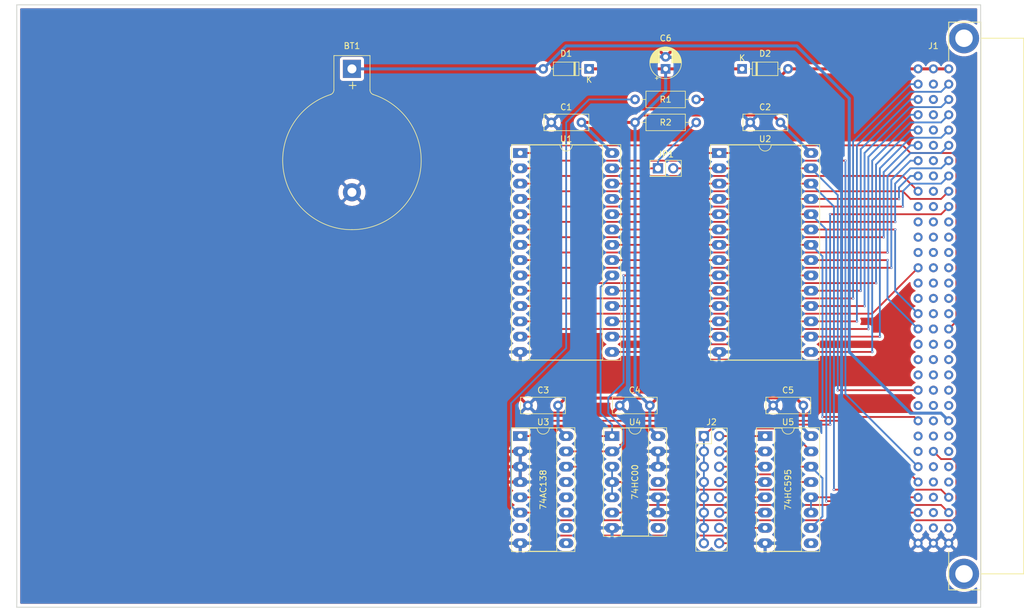
<source format=kicad_pcb>
(kicad_pcb (version 20171130) (host pcbnew 5.1.2-f72e74a~84~ubuntu18.04.1)
  (layers (0 F.Cu signal) (31 B.Cu signal) (34 B.Paste user) (35 F.Paste user) (36 B.SilkS user) (37 F.SilkS user) (38 B.Mask user) (39 F.Mask user) (44 Edge.Cuts user))
  (net 0 "")
  (net 1 GND)
  (net 2 +BATT)
  (net 3 VMEM)
  (net 4 VCC)
  (net 5 D5)
  (net 6 D3)
  (net 7 D6)
  (net 8 D4)
  (net 9 A2)
  (net 10 A4)
  (net 11 A5)
  (net 12 A6)
  (net 13 ~WAIT)
  (net 14 "Net-(J1-PadA11)")
  (net 15 "Net-(J1-PadA12)")
  (net 16 "Net-(J1-PadA13)")
  (net 17 "Net-(J1-PadA14)")
  (net 18 "Net-(J1-PadA15)")
  (net 19 "Net-(J1-PadA16)")
  (net 20 "Net-(J1-PadA17)")
  (net 21 A14)
  (net 22 "Net-(J1-PadA19)")
  (net 23 "Net-(J1-PadA20)")
  (net 24 "Net-(J1-PadA21)")
  (net 25 "Net-(J1-PadA22)")
  (net 26 "Net-(J1-PadA23)")
  (net 27 "Net-(J1-PadA25)")
  (net 28 "Net-(J1-PadA26)")
  (net 29 "Net-(J1-PadA27)")
  (net 30 "Net-(J1-PadA28)")
  (net 31 A13)
  (net 32 A9)
  (net 33 "Net-(J1-PadA31)")
  (net 34 "Net-(J1-PadB31)")
  (net 35 "Net-(J1-PadB30)")
  (net 36 "Net-(J1-PadB29)")
  (net 37 "Net-(J1-PadB28)")
  (net 38 "Net-(J1-PadB27)")
  (net 39 ~ROB)
  (net 40 "Net-(J1-PadB25)")
  (net 41 "Net-(J1-PadB24)")
  (net 42 "Net-(J1-PadB23)")
  (net 43 "Net-(J1-PadB22)")
  (net 44 "Net-(J1-PadB21)")
  (net 45 "Net-(J1-PadB20)")
  (net 46 "Net-(J1-PadB19)")
  (net 47 "Net-(J1-PadB18)")
  (net 48 "Net-(J1-PadB17)")
  (net 49 "Net-(J1-PadB16)")
  (net 50 "Net-(J1-PadB15)")
  (net 51 "Net-(J1-PadB14)")
  (net 52 "Net-(J1-PadB13)")
  (net 53 "Net-(J1-PadB12)")
  (net 54 "Net-(J1-PadB11)")
  (net 55 "Net-(J1-PadB10)")
  (net 56 "Net-(J1-PadB9)")
  (net 57 "Net-(J1-PadB8)")
  (net 58 "Net-(J1-PadB7)")
  (net 59 "Net-(J1-PadB6)")
  (net 60 "Net-(J1-PadB5)")
  (net 61 "Net-(J1-PadB3)")
  (net 62 "Net-(J1-PadB4)")
  (net 63 "Net-(J1-PadB2)")
  (net 64 D0)
  (net 65 D2)
  (net 66 D7)
  (net 67 A0)
  (net 68 A3)
  (net 69 A1)
  (net 70 A8)
  (net 71 A7)
  (net 72 "Net-(J1-PadC10)")
  (net 73 "Net-(J1-PadC11)")
  (net 74 "Net-(J1-PadC12)")
  (net 75 "Net-(J1-PadC13)")
  (net 76 D1)
  (net 77 "Net-(J1-PadC15)")
  (net 78 "Net-(J1-PadC16)")
  (net 79 A11)
  (net 80 A10)
  (net 81 "Net-(J1-PadC19)")
  (net 82 "Net-(J1-PadC20)")
  (net 83 "Net-(J1-PadC21)")
  (net 84 ~WR)
  (net 85 "Net-(J1-PadC23)")
  (net 86 ~RD)
  (net 87 "Net-(J1-PadC25)")
  (net 88 "Net-(J1-PadC26)")
  (net 89 A12)
  (net 90 A15)
  (net 91 CLK)
  (net 92 ~MREQ)
  (net 93 "Net-(J1-PadC31)")
  (net 94 "Net-(U1-Pad20)")
  (net 95 "Net-(U2-Pad20)")
  (net 96 "Net-(U3-Pad9)")
  (net 97 "Net-(U3-Pad10)")
  (net 98 "Net-(U3-Pad11)")
  (net 99 "Net-(U3-Pad12)")
  (net 100 "Net-(U3-Pad13)")
  (net 101 "Net-(U3-Pad7)")
  (net 102 "Net-(U4-Pad8)")
  (net 103 "Net-(U4-Pad3)")
  (net 104 "Net-(U4-Pad11)")
  (net 105 "Net-(U4-Pad6)")
  (net 106 "Net-(U5-Pad9)")
  (net 107 "Net-(JP1-Pad1)")
  (net 108 "Net-(J2-Pad2)")
  (net 109 "Net-(J2-Pad4)")
  (net 110 "Net-(J2-Pad6)")
  (net 111 "Net-(J2-Pad8)")
  (net 112 "Net-(J2-Pad10)")
  (net 113 "Net-(J2-Pad12)")
  (net 114 "Net-(J2-Pad14)")
  (net 115 "Net-(J2-Pad16)")
  (module Battery:BatteryHolder_Keystone_103_1x20mm (layer F.Cu) (at 105.64 60.63 270)
    (fp_text reference BT1 (at -3.81 0 180) (layer F.SilkS))
    (fp_text value Battery_Cell)
    (fp_text user + (at 2.75 0 90) (layer F.SilkS) (effects (font (size 1.5 1.5))))
    (pad 2 thru_hole circle (at 20.49 0 270) (size 3 3) (drill 1.5) (layers *.Cu *.Mask) (net 1 GND))
    (pad 1 thru_hole rect (at 0 0 270) (size 3 3) (drill 1.5) (layers *.Cu *.Mask) (net 2 +BATT))
  )
  (module Capacitor_THT:C_Rect_L7.2mm_W2.5mm_P5.00mm_FKS2_FKP2_MKS2_MKP2 (layer F.Cu) (at 143.74 69.52 180)
    (fp_text reference C1 (at 2.54 2.54) (layer F.SilkS))
    (fp_text value C_Small)
    (pad 1 thru_hole circle (at 0 0 180) (size 1.6 1.6) (drill 0.8) (layers *.Cu *.Mask) (net 3 VMEM))
    (pad 2 thru_hole circle (at 5 0 180) (size 1.6 1.6) (drill 0.8) (layers *.Cu *.Mask) (net 1 GND))
  )
  (module Capacitor_THT:C_Rect_L7.2mm_W2.5mm_P5.00mm_FKS2_FKP2_MKS2_MKP2 (layer F.Cu) (at 176.76 69.52 180)
    (fp_text reference C2 (at 2.54 2.54) (layer F.SilkS))
    (fp_text value C_Small)
    (pad 2 thru_hole circle (at 5 0 180) (size 1.6 1.6) (drill 0.8) (layers *.Cu *.Mask) (net 1 GND))
    (pad 1 thru_hole circle (at 0 0 180) (size 1.6 1.6) (drill 0.8) (layers *.Cu *.Mask) (net 3 VMEM))
  )
  (module Capacitor_THT:C_Rect_L7.2mm_W2.5mm_P5.00mm_FKS2_FKP2_MKS2_MKP2 (layer F.Cu) (at 139.85 116.51 180)
    (fp_text reference C3 (at 2.46 2.54) (layer F.SilkS))
    (fp_text value C_Small)
    (pad 1 thru_hole circle (at 0 0 180) (size 1.6 1.6) (drill 0.8) (layers *.Cu *.Mask) (net 3 VMEM))
    (pad 2 thru_hole circle (at 5 0 180) (size 1.6 1.6) (drill 0.8) (layers *.Cu *.Mask) (net 1 GND))
  )
  (module Capacitor_THT:C_Rect_L7.2mm_W2.5mm_P5.00mm_FKS2_FKP2_MKS2_MKP2 (layer F.Cu) (at 155.09 116.51 180)
    (fp_text reference C4 (at 2.5 2.54) (layer F.SilkS))
    (fp_text value C_Small)
    (pad 1 thru_hole circle (at 0 0 180) (size 1.6 1.6) (drill 0.8) (layers *.Cu *.Mask) (net 3 VMEM))
    (pad 2 thru_hole circle (at 5 0 180) (size 1.6 1.6) (drill 0.8) (layers *.Cu *.Mask) (net 1 GND))
  )
  (module Capacitor_THT:C_Rect_L7.2mm_W2.5mm_P5.00mm_FKS2_FKP2_MKS2_MKP2 (layer F.Cu) (at 180.57 116.51 180)
    (fp_text reference C5 (at 2.54 2.54) (layer F.SilkS))
    (fp_text value C_Small)
    (pad 2 thru_hole circle (at 5 0 180) (size 1.6 1.6) (drill 0.8) (layers *.Cu *.Mask) (net 1 GND))
    (pad 1 thru_hole circle (at 0 0 180) (size 1.6 1.6) (drill 0.8) (layers *.Cu *.Mask) (net 3 VMEM))
  )
  (module Capacitor_THT:CP_Radial_D5.0mm_P2.00mm (layer F.Cu) (at 157.71 60.63 90)
    (fp_text reference C6 (at 5.08 0 180) (layer F.SilkS))
    (fp_text value CP1)
    (pad 1 thru_hole rect (at 0 0 90) (size 1.6 1.6) (drill 0.8) (layers *.Cu *.Mask) (net 3 VMEM))
    (pad 2 thru_hole circle (at 2 0 90) (size 1.6 1.6) (drill 0.8) (layers *.Cu *.Mask) (net 1 GND))
  )
  (module Diode_THT:D_DO-35_SOD27_P7.62mm_Horizontal (layer F.Cu) (at 145.01 60.63 180)
    (fp_text reference D1 (at 3.81 2.54) (layer F.SilkS))
    (fp_text value D_ALT)
    (fp_text user K (at 0 -1.8) (layer F.SilkS))
    (pad 2 thru_hole oval (at 7.62 0 180) (size 1.6 1.6) (drill 0.8) (layers *.Cu *.Mask) (net 2 +BATT))
    (pad 1 thru_hole rect (at 0 0 180) (size 1.6 1.6) (drill 0.8) (layers *.Cu *.Mask) (net 3 VMEM))
  )
  (module Diode_THT:D_DO-35_SOD27_P7.62mm_Horizontal (layer F.Cu) (at 170.41 60.63)
    (fp_text reference D2 (at 3.81 -2.54) (layer F.SilkS))
    (fp_text value D_ALT)
    (fp_text user K (at 0 -1.8) (layer F.SilkS))
    (pad 1 thru_hole rect (at 0 0) (size 1.6 1.6) (drill 0.8) (layers *.Cu *.Mask) (net 3 VMEM))
    (pad 2 thru_hole oval (at 7.62 0) (size 1.6 1.6) (drill 0.8) (layers *.Cu *.Mask) (net 4 VCC))
  )
  (module common:Socket_DIN41612-CaseC1-full-Male-96Pin-3rows (layer F.Cu) (at 202.16 100 90)
    (fp_text reference J1 (at 43.18 0 180) (layer F.SilkS))
    (fp_text value C96ABC)
    (pad A1 thru_hole circle (at 39.37 2.54 270) (size 1.50114 1.50114) (drill 0.8001) (layers *.Cu *.Mask) (net 4 VCC))
    (pad A2 thru_hole circle (at 36.83 2.54 270) (size 1.50114 1.50114) (drill 0.8001) (layers *.Cu *.Mask) (net 5 D5))
    (pad A4 thru_hole circle (at 31.75 2.54 270) (size 1.50114 1.50114) (drill 0.8001) (layers *.Cu *.Mask) (net 6 D3))
    (pad A3 thru_hole circle (at 34.29 2.54 270) (size 1.50114 1.50114) (drill 0.8001) (layers *.Cu *.Mask) (net 7 D6))
    (pad A5 thru_hole circle (at 29.21 2.54 270) (size 1.50114 1.50114) (drill 0.8001) (layers *.Cu *.Mask) (net 8 D4))
    (pad A6 thru_hole circle (at 26.67 2.54 270) (size 1.50114 1.50114) (drill 0.8001) (layers *.Cu *.Mask) (net 9 A2))
    (pad A7 thru_hole circle (at 24.13 2.54 270) (size 1.50114 1.50114) (drill 0.8001) (layers *.Cu *.Mask) (net 10 A4))
    (pad A8 thru_hole circle (at 21.59 2.54 270) (size 1.50114 1.50114) (drill 0.8001) (layers *.Cu *.Mask) (net 11 A5))
    (pad A9 thru_hole circle (at 19.05 2.54 270) (size 1.50114 1.50114) (drill 0.8001) (layers *.Cu *.Mask) (net 12 A6))
    (pad A10 thru_hole circle (at 16.51 2.54 270) (size 1.50114 1.50114) (drill 0.8001) (layers *.Cu *.Mask) (net 13 ~WAIT))
    (pad A11 thru_hole circle (at 13.97 2.54 270) (size 1.50114 1.50114) (drill 0.8001) (layers *.Cu *.Mask) (net 14 "Net-(J1-PadA11)"))
    (pad A12 thru_hole circle (at 11.43 2.54 270) (size 1.50114 1.50114) (drill 0.8001) (layers *.Cu *.Mask) (net 15 "Net-(J1-PadA12)"))
    (pad A13 thru_hole circle (at 8.89 2.54 270) (size 1.50114 1.50114) (drill 0.8001) (layers *.Cu *.Mask) (net 16 "Net-(J1-PadA13)"))
    (pad A14 thru_hole circle (at 6.35 2.54 270) (size 1.50114 1.50114) (drill 0.8001) (layers *.Cu *.Mask) (net 17 "Net-(J1-PadA14)"))
    (pad A15 thru_hole circle (at 3.81 2.54 270) (size 1.50114 1.50114) (drill 0.8001) (layers *.Cu *.Mask) (net 18 "Net-(J1-PadA15)"))
    (pad A16 thru_hole circle (at 1.27 2.54 270) (size 1.50114 1.50114) (drill 0.8001) (layers *.Cu *.Mask) (net 19 "Net-(J1-PadA16)"))
    (pad A17 thru_hole circle (at -1.27 2.54 270) (size 1.50114 1.50114) (drill 0.8001) (layers *.Cu *.Mask) (net 20 "Net-(J1-PadA17)"))
    (pad A18 thru_hole circle (at -3.81 2.54 270) (size 1.50114 1.50114) (drill 0.8001) (layers *.Cu *.Mask) (net 21 A14))
    (pad A19 thru_hole circle (at -6.35 2.54 270) (size 1.50114 1.50114) (drill 0.8001) (layers *.Cu *.Mask) (net 22 "Net-(J1-PadA19)"))
    (pad A20 thru_hole circle (at -8.89 2.54 270) (size 1.50114 1.50114) (drill 0.8001) (layers *.Cu *.Mask) (net 23 "Net-(J1-PadA20)"))
    (pad A21 thru_hole circle (at -11.43 2.54 270) (size 1.50114 1.50114) (drill 0.8001) (layers *.Cu *.Mask) (net 24 "Net-(J1-PadA21)"))
    (pad A22 thru_hole circle (at -13.97 2.54 270) (size 1.50114 1.50114) (drill 0.8001) (layers *.Cu *.Mask) (net 25 "Net-(J1-PadA22)"))
    (pad A23 thru_hole circle (at -16.51 2.54 270) (size 1.50114 1.50114) (drill 0.8001) (layers *.Cu *.Mask) (net 26 "Net-(J1-PadA23)"))
    (pad A24 thru_hole circle (at -19.05 2.54 270) (size 1.50114 1.50114) (drill 0.8001) (layers *.Cu *.Mask) (net 2 +BATT))
    (pad A25 thru_hole circle (at -21.59 2.54 270) (size 1.50114 1.50114) (drill 0.8001) (layers *.Cu *.Mask) (net 27 "Net-(J1-PadA25)"))
    (pad A26 thru_hole circle (at -24.13 2.54 270) (size 1.50114 1.50114) (drill 0.8001) (layers *.Cu *.Mask) (net 28 "Net-(J1-PadA26)"))
    (pad A27 thru_hole circle (at -26.67 2.54 270) (size 1.50114 1.50114) (drill 0.8001) (layers *.Cu *.Mask) (net 29 "Net-(J1-PadA27)"))
    (pad A28 thru_hole circle (at -29.21 2.54 270) (size 1.50114 1.50114) (drill 0.8001) (layers *.Cu *.Mask) (net 30 "Net-(J1-PadA28)"))
    (pad A29 thru_hole circle (at -31.75 2.54 270) (size 1.50114 1.50114) (drill 0.8001) (layers *.Cu *.Mask) (net 31 A13))
    (pad A30 thru_hole circle (at -34.29 2.54 270) (size 1.50114 1.50114) (drill 0.8001) (layers *.Cu *.Mask) (net 32 A9))
    (pad A31 thru_hole circle (at -36.83 2.54 270) (size 1.50114 1.50114) (drill 0.8001) (layers *.Cu *.Mask) (net 33 "Net-(J1-PadA31)"))
    (pad A32 thru_hole circle (at -39.37 2.54 270) (size 1.50114 1.50114) (drill 0.8001) (layers *.Cu *.Mask) (net 1 GND))
    (pad B32 thru_hole circle (at -39.37 0 270) (size 1.50114 1.50114) (drill 0.8001) (layers *.Cu *.Mask) (net 1 GND))
    (pad B31 thru_hole circle (at -36.83 0 270) (size 1.50114 1.50114) (drill 0.8001) (layers *.Cu *.Mask) (net 34 "Net-(J1-PadB31)"))
    (pad B30 thru_hole circle (at -34.29 0 270) (size 1.50114 1.50114) (drill 0.8001) (layers *.Cu *.Mask) (net 35 "Net-(J1-PadB30)"))
    (pad B29 thru_hole circle (at -31.75 0 270) (size 1.50114 1.50114) (drill 0.8001) (layers *.Cu *.Mask) (net 36 "Net-(J1-PadB29)"))
    (pad B28 thru_hole circle (at -29.21 0 270) (size 1.50114 1.50114) (drill 0.8001) (layers *.Cu *.Mask) (net 37 "Net-(J1-PadB28)"))
    (pad B27 thru_hole circle (at -26.67 0 270) (size 1.50114 1.50114) (drill 0.8001) (layers *.Cu *.Mask) (net 38 "Net-(J1-PadB27)"))
    (pad B26 thru_hole circle (at -24.13 0 270) (size 1.50114 1.50114) (drill 0.8001) (layers *.Cu *.Mask) (net 39 ~ROB))
    (pad B25 thru_hole circle (at -21.59 0 270) (size 1.50114 1.50114) (drill 0.8001) (layers *.Cu *.Mask) (net 40 "Net-(J1-PadB25)"))
    (pad B24 thru_hole circle (at -19.05 0 270) (size 1.50114 1.50114) (drill 0.8001) (layers *.Cu *.Mask) (net 41 "Net-(J1-PadB24)"))
    (pad B23 thru_hole circle (at -16.51 0 270) (size 1.50114 1.50114) (drill 0.8001) (layers *.Cu *.Mask) (net 42 "Net-(J1-PadB23)"))
    (pad B22 thru_hole circle (at -13.97 0 270) (size 1.50114 1.50114) (drill 0.8001) (layers *.Cu *.Mask) (net 43 "Net-(J1-PadB22)"))
    (pad B21 thru_hole circle (at -11.43 0 270) (size 1.50114 1.50114) (drill 0.8001) (layers *.Cu *.Mask) (net 44 "Net-(J1-PadB21)"))
    (pad B20 thru_hole circle (at -8.89 0 270) (size 1.50114 1.50114) (drill 0.8001) (layers *.Cu *.Mask) (net 45 "Net-(J1-PadB20)"))
    (pad B19 thru_hole circle (at -6.35 0 270) (size 1.50114 1.50114) (drill 0.8001) (layers *.Cu *.Mask) (net 46 "Net-(J1-PadB19)"))
    (pad B18 thru_hole circle (at -3.81 0 270) (size 1.50114 1.50114) (drill 0.8001) (layers *.Cu *.Mask) (net 47 "Net-(J1-PadB18)"))
    (pad B17 thru_hole circle (at -1.27 0 270) (size 1.50114 1.50114) (drill 0.8001) (layers *.Cu *.Mask) (net 48 "Net-(J1-PadB17)"))
    (pad B16 thru_hole circle (at 1.27 0 270) (size 1.50114 1.50114) (drill 0.8001) (layers *.Cu *.Mask) (net 49 "Net-(J1-PadB16)"))
    (pad B15 thru_hole circle (at 3.81 0 270) (size 1.50114 1.50114) (drill 0.8001) (layers *.Cu *.Mask) (net 50 "Net-(J1-PadB15)"))
    (pad B14 thru_hole circle (at 6.35 0 270) (size 1.50114 1.50114) (drill 0.8001) (layers *.Cu *.Mask) (net 51 "Net-(J1-PadB14)"))
    (pad B13 thru_hole circle (at 8.89 0 270) (size 1.50114 1.50114) (drill 0.8001) (layers *.Cu *.Mask) (net 52 "Net-(J1-PadB13)"))
    (pad B12 thru_hole circle (at 11.43 0 270) (size 1.50114 1.50114) (drill 0.8001) (layers *.Cu *.Mask) (net 53 "Net-(J1-PadB12)"))
    (pad B11 thru_hole circle (at 13.97 0 270) (size 1.50114 1.50114) (drill 0.8001) (layers *.Cu *.Mask) (net 54 "Net-(J1-PadB11)"))
    (pad B10 thru_hole circle (at 16.51 0 270) (size 1.50114 1.50114) (drill 0.8001) (layers *.Cu *.Mask) (net 55 "Net-(J1-PadB10)"))
    (pad B9 thru_hole circle (at 19.05 0 270) (size 1.50114 1.50114) (drill 0.8001) (layers *.Cu *.Mask) (net 56 "Net-(J1-PadB9)"))
    (pad B8 thru_hole circle (at 21.59 0 270) (size 1.50114 1.50114) (drill 0.8001) (layers *.Cu *.Mask) (net 57 "Net-(J1-PadB8)"))
    (pad B7 thru_hole circle (at 24.13 0 270) (size 1.50114 1.50114) (drill 0.8001) (layers *.Cu *.Mask) (net 58 "Net-(J1-PadB7)"))
    (pad B6 thru_hole circle (at 26.67 0 270) (size 1.50114 1.50114) (drill 0.8001) (layers *.Cu *.Mask) (net 59 "Net-(J1-PadB6)"))
    (pad B5 thru_hole circle (at 29.21 0 270) (size 1.50114 1.50114) (drill 0.8001) (layers *.Cu *.Mask) (net 60 "Net-(J1-PadB5)"))
    (pad B3 thru_hole circle (at 34.29 0 270) (size 1.50114 1.50114) (drill 0.8001) (layers *.Cu *.Mask) (net 61 "Net-(J1-PadB3)"))
    (pad B4 thru_hole circle (at 31.75 0 270) (size 1.50114 1.50114) (drill 0.8001) (layers *.Cu *.Mask) (net 62 "Net-(J1-PadB4)"))
    (pad B2 thru_hole circle (at 36.83 0 270) (size 1.50114 1.50114) (drill 0.8001) (layers *.Cu *.Mask) (net 63 "Net-(J1-PadB2)"))
    (pad B1 thru_hole circle (at 39.37 0 270) (size 1.50114 1.50114) (drill 0.8001) (layers *.Cu *.Mask) (net 4 VCC))
    (pad C1 thru_hole circle (at 39.37 -2.54 270) (size 1.50114 1.50114) (drill 0.8001) (layers *.Cu *.Mask) (net 4 VCC))
    (pad C2 thru_hole circle (at 36.83 -2.54 270) (size 1.50114 1.50114) (drill 0.8001) (layers *.Cu *.Mask) (net 64 D0))
    (pad C4 thru_hole circle (at 31.75 -2.54 270) (size 1.50114 1.50114) (drill 0.8001) (layers *.Cu *.Mask) (net 65 D2))
    (pad C3 thru_hole circle (at 34.29 -2.54 270) (size 1.50114 1.50114) (drill 0.8001) (layers *.Cu *.Mask) (net 66 D7))
    (pad C5 thru_hole circle (at 29.21 -2.54 270) (size 1.50114 1.50114) (drill 0.8001) (layers *.Cu *.Mask) (net 67 A0))
    (pad C6 thru_hole circle (at 26.67 -2.54 270) (size 1.50114 1.50114) (drill 0.8001) (layers *.Cu *.Mask) (net 68 A3))
    (pad C7 thru_hole circle (at 24.13 -2.54 270) (size 1.50114 1.50114) (drill 0.8001) (layers *.Cu *.Mask) (net 69 A1))
    (pad C8 thru_hole circle (at 21.59 -2.54 270) (size 1.50114 1.50114) (drill 0.8001) (layers *.Cu *.Mask) (net 70 A8))
    (pad C9 thru_hole circle (at 19.05 -2.54 270) (size 1.50114 1.50114) (drill 0.8001) (layers *.Cu *.Mask) (net 71 A7))
    (pad C10 thru_hole circle (at 16.51 -2.54 270) (size 1.50114 1.50114) (drill 0.8001) (layers *.Cu *.Mask) (net 72 "Net-(J1-PadC10)"))
    (pad C11 thru_hole circle (at 13.97 -2.54 270) (size 1.50114 1.50114) (drill 0.8001) (layers *.Cu *.Mask) (net 73 "Net-(J1-PadC11)"))
    (pad C12 thru_hole circle (at 11.43 -2.54 270) (size 1.50114 1.50114) (drill 0.8001) (layers *.Cu *.Mask) (net 74 "Net-(J1-PadC12)"))
    (pad C13 thru_hole circle (at 8.89 -2.54 270) (size 1.50114 1.50114) (drill 0.8001) (layers *.Cu *.Mask) (net 75 "Net-(J1-PadC13)"))
    (pad C14 thru_hole circle (at 6.35 -2.54 270) (size 1.50114 1.50114) (drill 0.8001) (layers *.Cu *.Mask) (net 76 D1))
    (pad C15 thru_hole circle (at 3.81 -2.54 270) (size 1.50114 1.50114) (drill 0.8001) (layers *.Cu *.Mask) (net 77 "Net-(J1-PadC15)"))
    (pad C16 thru_hole circle (at 1.27 -2.54 270) (size 1.50114 1.50114) (drill 0.8001) (layers *.Cu *.Mask) (net 78 "Net-(J1-PadC16)"))
    (pad C17 thru_hole circle (at -1.27 -2.54 270) (size 1.50114 1.50114) (drill 0.8001) (layers *.Cu *.Mask) (net 79 A11))
    (pad C18 thru_hole circle (at -3.81 -2.54 270) (size 1.50114 1.50114) (drill 0.8001) (layers *.Cu *.Mask) (net 80 A10))
    (pad C19 thru_hole circle (at -6.35 -2.54 270) (size 1.50114 1.50114) (drill 0.8001) (layers *.Cu *.Mask) (net 81 "Net-(J1-PadC19)"))
    (pad C20 thru_hole circle (at -8.89 -2.54 270) (size 1.50114 1.50114) (drill 0.8001) (layers *.Cu *.Mask) (net 82 "Net-(J1-PadC20)"))
    (pad C21 thru_hole circle (at -11.43 -2.54 270) (size 1.50114 1.50114) (drill 0.8001) (layers *.Cu *.Mask) (net 83 "Net-(J1-PadC21)"))
    (pad C22 thru_hole circle (at -13.97 -2.54 270) (size 1.50114 1.50114) (drill 0.8001) (layers *.Cu *.Mask) (net 84 ~WR))
    (pad C23 thru_hole circle (at -16.51 -2.54 270) (size 1.50114 1.50114) (drill 0.8001) (layers *.Cu *.Mask) (net 85 "Net-(J1-PadC23)"))
    (pad C24 thru_hole circle (at -19.05 -2.54 270) (size 1.50114 1.50114) (drill 0.8001) (layers *.Cu *.Mask) (net 86 ~RD))
    (pad C25 thru_hole circle (at -21.59 -2.54 270) (size 1.50114 1.50114) (drill 0.8001) (layers *.Cu *.Mask) (net 87 "Net-(J1-PadC25)"))
    (pad C26 thru_hole circle (at -24.13 -2.54 270) (size 1.50114 1.50114) (drill 0.8001) (layers *.Cu *.Mask) (net 88 "Net-(J1-PadC26)"))
    (pad C27 thru_hole circle (at -26.67 -2.54 270) (size 1.50114 1.50114) (drill 0.8001) (layers *.Cu *.Mask) (net 89 A12))
    (pad C28 thru_hole circle (at -29.21 -2.54 270) (size 1.50114 1.50114) (drill 0.8001) (layers *.Cu *.Mask) (net 90 A15))
    (pad C29 thru_hole circle (at -31.75 -2.54 270) (size 1.50114 1.50114) (drill 0.8001) (layers *.Cu *.Mask) (net 91 CLK))
    (pad C30 thru_hole circle (at -34.29 -2.54 270) (size 1.50114 1.50114) (drill 0.8001) (layers *.Cu *.Mask) (net 92 ~MREQ))
    (pad C31 thru_hole circle (at -36.83 -2.54 270) (size 1.50114 1.50114) (drill 0.8001) (layers *.Cu *.Mask) (net 93 "Net-(J1-PadC31)"))
    (pad C32 thru_hole circle (at -39.37 -2.54 270) (size 1.50114 1.50114) (drill 0.8001) (layers *.Cu *.Mask) (net 1 GND))
    (pad 1 thru_hole circle (at -44.45 5.08 90) (size 5 5) (drill 2.90068) (layers *.Cu *.Mask))
    (pad 1 thru_hole circle (at 44.45 5.08 90) (size 5 5) (drill 2.90068) (layers *.Cu *.Mask))
  )
  (module Connector_PinHeader_2.54mm:PinHeader_2x08_P2.54mm_Vertical (layer F.Cu) (at 164.06 121.59)
    (fp_text reference J2 (at 1.27 -2.33) (layer F.SilkS))
    (fp_text value Conn_02x08_Odd_Even)
    (pad 1 thru_hole rect (at 0 0) (size 1.7 1.7) (drill 1) (layers *.Cu *.Mask) (net 13 ~WAIT))
    (pad 2 thru_hole oval (at 2.54 0) (size 1.7 1.7) (drill 1) (layers *.Cu *.Mask) (net 108 "Net-(J2-Pad2)"))
    (pad 3 thru_hole oval (at 0 2.54) (size 1.7 1.7) (drill 1) (layers *.Cu *.Mask) (net 13 ~WAIT))
    (pad 4 thru_hole oval (at 2.54 2.54) (size 1.7 1.7) (drill 1) (layers *.Cu *.Mask) (net 109 "Net-(J2-Pad4)"))
    (pad 5 thru_hole oval (at 0 5.08) (size 1.7 1.7) (drill 1) (layers *.Cu *.Mask) (net 13 ~WAIT))
    (pad 6 thru_hole oval (at 2.54 5.08) (size 1.7 1.7) (drill 1) (layers *.Cu *.Mask) (net 110 "Net-(J2-Pad6)"))
    (pad 7 thru_hole oval (at 0 7.62) (size 1.7 1.7) (drill 1) (layers *.Cu *.Mask) (net 13 ~WAIT))
    (pad 8 thru_hole oval (at 2.54 7.62) (size 1.7 1.7) (drill 1) (layers *.Cu *.Mask) (net 111 "Net-(J2-Pad8)"))
    (pad 9 thru_hole oval (at 0 10.16) (size 1.7 1.7) (drill 1) (layers *.Cu *.Mask) (net 13 ~WAIT))
    (pad 10 thru_hole oval (at 2.54 10.16) (size 1.7 1.7) (drill 1) (layers *.Cu *.Mask) (net 112 "Net-(J2-Pad10)"))
    (pad 11 thru_hole oval (at 0 12.7) (size 1.7 1.7) (drill 1) (layers *.Cu *.Mask) (net 13 ~WAIT))
    (pad 12 thru_hole oval (at 2.54 12.7) (size 1.7 1.7) (drill 1) (layers *.Cu *.Mask) (net 113 "Net-(J2-Pad12)"))
    (pad 13 thru_hole oval (at 0 15.24) (size 1.7 1.7) (drill 1) (layers *.Cu *.Mask) (net 13 ~WAIT))
    (pad 14 thru_hole oval (at 2.54 15.24) (size 1.7 1.7) (drill 1) (layers *.Cu *.Mask) (net 114 "Net-(J2-Pad14)"))
    (pad 15 thru_hole oval (at 0 17.78) (size 1.7 1.7) (drill 1) (layers *.Cu *.Mask) (net 13 ~WAIT))
    (pad 16 thru_hole oval (at 2.54 17.78) (size 1.7 1.7) (drill 1) (layers *.Cu *.Mask) (net 115 "Net-(J2-Pad16)"))
  )
  (module Connector_PinHeader_2.54mm:PinHeader_2x01_P2.54mm_Vertical (layer F.Cu) (at 156.44 77.14)
    (fp_text reference JP1 (at 1.27 -2.33) (layer F.SilkS))
    (fp_text value Jumper)
    (pad 1 thru_hole rect (at 0 0) (size 1.7 1.7) (drill 1) (layers *.Cu *.Mask) (net 107 "Net-(JP1-Pad1)"))
    (pad 2 thru_hole oval (at 2.54 0) (size 1.7 1.7) (drill 1) (layers *.Cu *.Mask) (net 84 ~WR))
  )
  (module Resistor_THT:R_Axial_DIN0207_L6.3mm_D2.5mm_P10.16mm_Horizontal (layer F.Cu) (at 152.63 65.71)
    (fp_text reference R1 (at 5.08 0) (layer F.SilkS))
    (fp_text value R)
    (pad 2 thru_hole oval (at 10.16 0) (size 1.6 1.6) (drill 0.8) (layers *.Cu *.Mask) (net 4 VCC))
    (pad 1 thru_hole circle (at 0 0) (size 1.6 1.6) (drill 0.8) (layers *.Cu *.Mask) (net 39 ~ROB))
  )
  (module Resistor_THT:R_Axial_DIN0207_L6.3mm_D2.5mm_P10.16mm_Horizontal (layer F.Cu) (at 152.63 69.52)
    (fp_text reference R2 (at 5.08 0) (layer F.SilkS))
    (fp_text value R)
    (pad 1 thru_hole circle (at 0 0) (size 1.6 1.6) (drill 0.8) (layers *.Cu *.Mask) (net 3 VMEM))
    (pad 2 thru_hole oval (at 10.16 0) (size 1.6 1.6) (drill 0.8) (layers *.Cu *.Mask) (net 107 "Net-(JP1-Pad1)"))
  )
  (module Package_DIP:DIP-28_W15.24mm_Socket_LongPads (layer F.Cu) (at 133.58 74.6)
    (fp_text reference U1 (at 7.62 -2.33) (layer F.SilkS))
    (fp_text value LY62256PL-55LLI)
    (pad 28 thru_hole oval (at 15.24 0) (size 2.4 1.6) (drill 0.8) (layers *.Cu *.Mask) (net 3 VMEM))
    (pad 14 thru_hole oval (at 0 33.02) (size 2.4 1.6) (drill 0.8) (layers *.Cu *.Mask) (net 1 GND))
    (pad 27 thru_hole oval (at 15.24 2.54) (size 2.4 1.6) (drill 0.8) (layers *.Cu *.Mask) (net 107 "Net-(JP1-Pad1)"))
    (pad 13 thru_hole oval (at 0 30.48) (size 2.4 1.6) (drill 0.8) (layers *.Cu *.Mask) (net 65 D2))
    (pad 26 thru_hole oval (at 15.24 5.08) (size 2.4 1.6) (drill 0.8) (layers *.Cu *.Mask) (net 31 A13))
    (pad 12 thru_hole oval (at 0 27.94) (size 2.4 1.6) (drill 0.8) (layers *.Cu *.Mask) (net 76 D1))
    (pad 25 thru_hole oval (at 15.24 7.62) (size 2.4 1.6) (drill 0.8) (layers *.Cu *.Mask) (net 70 A8))
    (pad 11 thru_hole oval (at 0 25.4) (size 2.4 1.6) (drill 0.8) (layers *.Cu *.Mask) (net 64 D0))
    (pad 24 thru_hole oval (at 15.24 10.16) (size 2.4 1.6) (drill 0.8) (layers *.Cu *.Mask) (net 32 A9))
    (pad 10 thru_hole oval (at 0 22.86) (size 2.4 1.6) (drill 0.8) (layers *.Cu *.Mask) (net 67 A0))
    (pad 23 thru_hole oval (at 15.24 12.7) (size 2.4 1.6) (drill 0.8) (layers *.Cu *.Mask) (net 79 A11))
    (pad 9 thru_hole oval (at 0 20.32) (size 2.4 1.6) (drill 0.8) (layers *.Cu *.Mask) (net 69 A1))
    (pad 22 thru_hole oval (at 15.24 15.24) (size 2.4 1.6) (drill 0.8) (layers *.Cu *.Mask) (net 86 ~RD))
    (pad 8 thru_hole oval (at 0 17.78) (size 2.4 1.6) (drill 0.8) (layers *.Cu *.Mask) (net 9 A2))
    (pad 21 thru_hole oval (at 15.24 17.78) (size 2.4 1.6) (drill 0.8) (layers *.Cu *.Mask) (net 80 A10))
    (pad 7 thru_hole oval (at 0 15.24) (size 2.4 1.6) (drill 0.8) (layers *.Cu *.Mask) (net 68 A3))
    (pad 20 thru_hole oval (at 15.24 20.32) (size 2.4 1.6) (drill 0.8) (layers *.Cu *.Mask) (net 94 "Net-(U1-Pad20)"))
    (pad 6 thru_hole oval (at 0 12.7) (size 2.4 1.6) (drill 0.8) (layers *.Cu *.Mask) (net 10 A4))
    (pad 19 thru_hole oval (at 15.24 22.86) (size 2.4 1.6) (drill 0.8) (layers *.Cu *.Mask) (net 66 D7))
    (pad 5 thru_hole oval (at 0 10.16) (size 2.4 1.6) (drill 0.8) (layers *.Cu *.Mask) (net 11 A5))
    (pad 18 thru_hole oval (at 15.24 25.4) (size 2.4 1.6) (drill 0.8) (layers *.Cu *.Mask) (net 7 D6))
    (pad 4 thru_hole oval (at 0 7.62) (size 2.4 1.6) (drill 0.8) (layers *.Cu *.Mask) (net 12 A6))
    (pad 17 thru_hole oval (at 15.24 27.94) (size 2.4 1.6) (drill 0.8) (layers *.Cu *.Mask) (net 5 D5))
    (pad 3 thru_hole oval (at 0 5.08) (size 2.4 1.6) (drill 0.8) (layers *.Cu *.Mask) (net 71 A7))
    (pad 16 thru_hole oval (at 15.24 30.48) (size 2.4 1.6) (drill 0.8) (layers *.Cu *.Mask) (net 8 D4))
    (pad 2 thru_hole oval (at 0 2.54) (size 2.4 1.6) (drill 0.8) (layers *.Cu *.Mask) (net 89 A12))
    (pad 15 thru_hole oval (at 15.24 33.02) (size 2.4 1.6) (drill 0.8) (layers *.Cu *.Mask) (net 6 D3))
    (pad 1 thru_hole rect (at 0 0) (size 2.4 1.6) (drill 0.8) (layers *.Cu *.Mask) (net 21 A14))
  )
  (module Package_DIP:DIP-28_W15.24mm_Socket_LongPads (layer F.Cu) (at 166.6 74.6)
    (fp_text reference U2 (at 7.62 -2.33) (layer F.SilkS))
    (fp_text value LY62256PL-55LLI)
    (pad 1 thru_hole rect (at 0 0) (size 2.4 1.6) (drill 0.8) (layers *.Cu *.Mask) (net 21 A14))
    (pad 15 thru_hole oval (at 15.24 33.02) (size 2.4 1.6) (drill 0.8) (layers *.Cu *.Mask) (net 6 D3))
    (pad 2 thru_hole oval (at 0 2.54) (size 2.4 1.6) (drill 0.8) (layers *.Cu *.Mask) (net 89 A12))
    (pad 16 thru_hole oval (at 15.24 30.48) (size 2.4 1.6) (drill 0.8) (layers *.Cu *.Mask) (net 8 D4))
    (pad 3 thru_hole oval (at 0 5.08) (size 2.4 1.6) (drill 0.8) (layers *.Cu *.Mask) (net 71 A7))
    (pad 17 thru_hole oval (at 15.24 27.94) (size 2.4 1.6) (drill 0.8) (layers *.Cu *.Mask) (net 5 D5))
    (pad 4 thru_hole oval (at 0 7.62) (size 2.4 1.6) (drill 0.8) (layers *.Cu *.Mask) (net 12 A6))
    (pad 18 thru_hole oval (at 15.24 25.4) (size 2.4 1.6) (drill 0.8) (layers *.Cu *.Mask) (net 7 D6))
    (pad 5 thru_hole oval (at 0 10.16) (size 2.4 1.6) (drill 0.8) (layers *.Cu *.Mask) (net 11 A5))
    (pad 19 thru_hole oval (at 15.24 22.86) (size 2.4 1.6) (drill 0.8) (layers *.Cu *.Mask) (net 66 D7))
    (pad 6 thru_hole oval (at 0 12.7) (size 2.4 1.6) (drill 0.8) (layers *.Cu *.Mask) (net 10 A4))
    (pad 20 thru_hole oval (at 15.24 20.32) (size 2.4 1.6) (drill 0.8) (layers *.Cu *.Mask) (net 95 "Net-(U2-Pad20)"))
    (pad 7 thru_hole oval (at 0 15.24) (size 2.4 1.6) (drill 0.8) (layers *.Cu *.Mask) (net 68 A3))
    (pad 21 thru_hole oval (at 15.24 17.78) (size 2.4 1.6) (drill 0.8) (layers *.Cu *.Mask) (net 80 A10))
    (pad 8 thru_hole oval (at 0 17.78) (size 2.4 1.6) (drill 0.8) (layers *.Cu *.Mask) (net 9 A2))
    (pad 22 thru_hole oval (at 15.24 15.24) (size 2.4 1.6) (drill 0.8) (layers *.Cu *.Mask) (net 86 ~RD))
    (pad 9 thru_hole oval (at 0 20.32) (size 2.4 1.6) (drill 0.8) (layers *.Cu *.Mask) (net 69 A1))
    (pad 23 thru_hole oval (at 15.24 12.7) (size 2.4 1.6) (drill 0.8) (layers *.Cu *.Mask) (net 79 A11))
    (pad 10 thru_hole oval (at 0 22.86) (size 2.4 1.6) (drill 0.8) (layers *.Cu *.Mask) (net 67 A0))
    (pad 24 thru_hole oval (at 15.24 10.16) (size 2.4 1.6) (drill 0.8) (layers *.Cu *.Mask) (net 32 A9))
    (pad 11 thru_hole oval (at 0 25.4) (size 2.4 1.6) (drill 0.8) (layers *.Cu *.Mask) (net 64 D0))
    (pad 25 thru_hole oval (at 15.24 7.62) (size 2.4 1.6) (drill 0.8) (layers *.Cu *.Mask) (net 70 A8))
    (pad 12 thru_hole oval (at 0 27.94) (size 2.4 1.6) (drill 0.8) (layers *.Cu *.Mask) (net 76 D1))
    (pad 26 thru_hole oval (at 15.24 5.08) (size 2.4 1.6) (drill 0.8) (layers *.Cu *.Mask) (net 31 A13))
    (pad 13 thru_hole oval (at 0 30.48) (size 2.4 1.6) (drill 0.8) (layers *.Cu *.Mask) (net 65 D2))
    (pad 27 thru_hole oval (at 15.24 2.54) (size 2.4 1.6) (drill 0.8) (layers *.Cu *.Mask) (net 84 ~WR))
    (pad 14 thru_hole oval (at 0 33.02) (size 2.4 1.6) (drill 0.8) (layers *.Cu *.Mask) (net 1 GND))
    (pad 28 thru_hole oval (at 15.24 0) (size 2.4 1.6) (drill 0.8) (layers *.Cu *.Mask) (net 3 VMEM))
  )
  (module Package_DIP:DIP-16_W7.62mm_Socket_LongPads (layer F.Cu) (at 133.58 121.59)
    (fp_text reference U3 (at 3.81 -2.33) (layer F.SilkS))
    (fp_text value 74AC138 (at 3.81 8.89 90) (layer F.SilkS))
    (pad 1 thru_hole rect (at 0 0) (size 2.4 1.6) (drill 0.8) (layers *.Cu *.Mask) (net 90 A15))
    (pad 9 thru_hole oval (at 7.62 17.78) (size 2.4 1.6) (drill 0.8) (layers *.Cu *.Mask) (net 96 "Net-(U3-Pad9)"))
    (pad 2 thru_hole oval (at 0 2.54) (size 2.4 1.6) (drill 0.8) (layers *.Cu *.Mask) (net 1 GND))
    (pad 10 thru_hole oval (at 7.62 15.24) (size 2.4 1.6) (drill 0.8) (layers *.Cu *.Mask) (net 97 "Net-(U3-Pad10)"))
    (pad 3 thru_hole oval (at 0 5.08) (size 2.4 1.6) (drill 0.8) (layers *.Cu *.Mask) (net 1 GND))
    (pad 11 thru_hole oval (at 7.62 12.7) (size 2.4 1.6) (drill 0.8) (layers *.Cu *.Mask) (net 98 "Net-(U3-Pad11)"))
    (pad 4 thru_hole oval (at 0 7.62) (size 2.4 1.6) (drill 0.8) (layers *.Cu *.Mask) (net 1 GND))
    (pad 12 thru_hole oval (at 7.62 10.16) (size 2.4 1.6) (drill 0.8) (layers *.Cu *.Mask) (net 99 "Net-(U3-Pad12)"))
    (pad 5 thru_hole oval (at 0 10.16) (size 2.4 1.6) (drill 0.8) (layers *.Cu *.Mask) (net 92 ~MREQ))
    (pad 13 thru_hole oval (at 7.62 7.62) (size 2.4 1.6) (drill 0.8) (layers *.Cu *.Mask) (net 100 "Net-(U3-Pad13)"))
    (pad 6 thru_hole oval (at 0 12.7) (size 2.4 1.6) (drill 0.8) (layers *.Cu *.Mask) (net 39 ~ROB))
    (pad 14 thru_hole oval (at 7.62 5.08) (size 2.4 1.6) (drill 0.8) (layers *.Cu *.Mask) (net 95 "Net-(U2-Pad20)"))
    (pad 7 thru_hole oval (at 0 15.24) (size 2.4 1.6) (drill 0.8) (layers *.Cu *.Mask) (net 101 "Net-(U3-Pad7)"))
    (pad 15 thru_hole oval (at 7.62 2.54) (size 2.4 1.6) (drill 0.8) (layers *.Cu *.Mask) (net 94 "Net-(U1-Pad20)"))
    (pad 8 thru_hole oval (at 0 17.78) (size 2.4 1.6) (drill 0.8) (layers *.Cu *.Mask) (net 1 GND))
    (pad 16 thru_hole oval (at 7.62 0) (size 2.4 1.6) (drill 0.8) (layers *.Cu *.Mask) (net 3 VMEM))
  )
  (module Package_DIP:DIP-14_W7.62mm_Socket_LongPads (layer F.Cu) (at 148.82 121.59)
    (fp_text reference U4 (at 3.81 -2.33) (layer F.SilkS))
    (fp_text value 74HC00 (at 3.81 7.62 90) (layer F.SilkS))
    (pad 1 thru_hole rect (at 0 0) (size 2.4 1.6) (drill 0.8) (layers *.Cu *.Mask) (net 94 "Net-(U1-Pad20)"))
    (pad 8 thru_hole oval (at 7.62 15.24) (size 2.4 1.6) (drill 0.8) (layers *.Cu *.Mask) (net 102 "Net-(U4-Pad8)"))
    (pad 2 thru_hole oval (at 0 2.54) (size 2.4 1.6) (drill 0.8) (layers *.Cu *.Mask) (net 95 "Net-(U2-Pad20)"))
    (pad 9 thru_hole oval (at 7.62 12.7) (size 2.4 1.6) (drill 0.8) (layers *.Cu *.Mask) (net 1 GND))
    (pad 3 thru_hole oval (at 0 5.08) (size 2.4 1.6) (drill 0.8) (layers *.Cu *.Mask) (net 103 "Net-(U4-Pad3)"))
    (pad 10 thru_hole oval (at 7.62 10.16) (size 2.4 1.6) (drill 0.8) (layers *.Cu *.Mask) (net 1 GND))
    (pad 4 thru_hole oval (at 0 7.62) (size 2.4 1.6) (drill 0.8) (layers *.Cu *.Mask) (net 103 "Net-(U4-Pad3)"))
    (pad 11 thru_hole oval (at 7.62 7.62) (size 2.4 1.6) (drill 0.8) (layers *.Cu *.Mask) (net 104 "Net-(U4-Pad11)"))
    (pad 5 thru_hole oval (at 0 10.16) (size 2.4 1.6) (drill 0.8) (layers *.Cu *.Mask) (net 103 "Net-(U4-Pad3)"))
    (pad 12 thru_hole oval (at 7.62 5.08) (size 2.4 1.6) (drill 0.8) (layers *.Cu *.Mask) (net 1 GND))
    (pad 6 thru_hole oval (at 0 12.7) (size 2.4 1.6) (drill 0.8) (layers *.Cu *.Mask) (net 105 "Net-(U4-Pad6)"))
    (pad 13 thru_hole oval (at 7.62 2.54) (size 2.4 1.6) (drill 0.8) (layers *.Cu *.Mask) (net 1 GND))
    (pad 7 thru_hole oval (at 0 15.24) (size 2.4 1.6) (drill 0.8) (layers *.Cu *.Mask) (net 1 GND))
    (pad 14 thru_hole oval (at 7.62 0) (size 2.4 1.6) (drill 0.8) (layers *.Cu *.Mask) (net 3 VMEM))
  )
  (module Package_DIP:DIP-16_W7.62mm_Socket_LongPads (layer F.Cu) (at 174.22 121.59)
    (fp_text reference U5 (at 3.81 -2.33) (layer F.SilkS))
    (fp_text value 74HC595 (at 3.81 8.89 90) (layer F.SilkS))
    (pad 16 thru_hole oval (at 7.62 0) (size 2.4 1.6) (drill 0.8) (layers *.Cu *.Mask) (net 3 VMEM))
    (pad 8 thru_hole oval (at 0 17.78) (size 2.4 1.6) (drill 0.8) (layers *.Cu *.Mask) (net 1 GND))
    (pad 15 thru_hole oval (at 7.62 2.54) (size 2.4 1.6) (drill 0.8) (layers *.Cu *.Mask) (net 108 "Net-(J2-Pad2)"))
    (pad 7 thru_hole oval (at 0 15.24) (size 2.4 1.6) (drill 0.8) (layers *.Cu *.Mask) (net 115 "Net-(J2-Pad16)"))
    (pad 14 thru_hole oval (at 7.62 5.08) (size 2.4 1.6) (drill 0.8) (layers *.Cu *.Mask) (net 103 "Net-(U4-Pad3)"))
    (pad 6 thru_hole oval (at 0 12.7) (size 2.4 1.6) (drill 0.8) (layers *.Cu *.Mask) (net 114 "Net-(J2-Pad14)"))
    (pad 13 thru_hole oval (at 7.62 7.62) (size 2.4 1.6) (drill 0.8) (layers *.Cu *.Mask) (net 105 "Net-(U4-Pad6)"))
    (pad 5 thru_hole oval (at 0 10.16) (size 2.4 1.6) (drill 0.8) (layers *.Cu *.Mask) (net 113 "Net-(J2-Pad12)"))
    (pad 12 thru_hole oval (at 7.62 10.16) (size 2.4 1.6) (drill 0.8) (layers *.Cu *.Mask) (net 91 CLK))
    (pad 4 thru_hole oval (at 0 7.62) (size 2.4 1.6) (drill 0.8) (layers *.Cu *.Mask) (net 112 "Net-(J2-Pad10)"))
    (pad 11 thru_hole oval (at 7.62 12.7) (size 2.4 1.6) (drill 0.8) (layers *.Cu *.Mask) (net 91 CLK))
    (pad 3 thru_hole oval (at 0 5.08) (size 2.4 1.6) (drill 0.8) (layers *.Cu *.Mask) (net 111 "Net-(J2-Pad8)"))
    (pad 10 thru_hole oval (at 7.62 15.24) (size 2.4 1.6) (drill 0.8) (layers *.Cu *.Mask) (net 103 "Net-(U4-Pad3)"))
    (pad 2 thru_hole oval (at 0 2.54) (size 2.4 1.6) (drill 0.8) (layers *.Cu *.Mask) (net 110 "Net-(J2-Pad6)"))
    (pad 9 thru_hole oval (at 7.62 17.78) (size 2.4 1.6) (drill 0.8) (layers *.Cu *.Mask) (net 106 "Net-(U5-Pad9)"))
    (pad 1 thru_hole rect (at 0 0) (size 2.4 1.6) (drill 0.8) (layers *.Cu *.Mask) (net 109 "Net-(J2-Pad4)"))
  )
  (gr_line (start 50 150) (end 50 50) (layer Edge.Cuts) (width 0.15))
  (gr_line (start 210 150) (end 50 150) (layer Edge.Cuts) (width 0.15))
  (gr_line (start 210 50) (end 210 150) (layer Edge.Cuts) (width 0.15))
  (gr_line (start 50 50) (end 210 50) (layer Edge.Cuts) (width 0.15))
  (segment (start 150.09 116.51) (end 151.36 117.78) (width 0.5) (layer B.Cu) (net 1))
  (segment (start 134.85 116.51) (end 136.12 117.78) (width 0.5) (layer B.Cu) (net 1))
  (segment (start 133.58 124.13) (end 136.12 124.13) (width 0.5) (layer B.Cu) (net 1))
  (segment (start 136.12 117.78) (end 136.12 124.13) (width 0.5) (layer B.Cu) (net 1))
  (segment (start 133.58 126.67) (end 136.12 126.67) (width 0.5) (layer B.Cu) (net 1))
  (segment (start 136.12 124.13) (end 136.12 126.67) (width 0.5) (layer B.Cu) (net 1))
  (segment (start 133.58 129.21) (end 136.12 129.21) (width 0.5) (layer B.Cu) (net 1))
  (segment (start 136.12 126.67) (end 136.12 129.21) (width 0.5) (layer B.Cu) (net 1))
  (segment (start 156.44 134.29) (end 151.36 134.29) (width 0.5) (layer B.Cu) (net 1))
  (segment (start 156.44 131.75) (end 151.36 131.75) (width 0.5) (layer B.Cu) (net 1))
  (segment (start 151.36 131.75) (end 151.36 134.29) (width 0.5) (layer B.Cu) (net 1))
  (segment (start 156.44 126.67) (end 151.36 126.67) (width 0.5) (layer B.Cu) (net 1))
  (segment (start 151.36 126.67) (end 151.36 131.75) (width 0.5) (layer B.Cu) (net 1))
  (segment (start 156.44 124.13) (end 151.36 124.13) (width 0.5) (layer B.Cu) (net 1))
  (segment (start 151.36 117.78) (end 151.36 124.13) (width 0.5) (layer B.Cu) (net 1))
  (segment (start 151.36 124.13) (end 151.36 126.67) (width 0.5) (layer B.Cu) (net 1))
  (segment (start 134.85 116.51) (end 136.12 117.78) (width 0.5) (layer F.Cu) (net 1))
  (segment (start 148.82 117.78) (end 150.09 116.51) (width 0.5) (layer F.Cu) (net 1))
  (segment (start 136.12 117.78) (end 148.82 117.78) (width 0.5) (layer F.Cu) (net 1))
  (segment (start 150.09 116.51) (end 151.36 117.78) (width 0.5) (layer F.Cu) (net 1))
  (segment (start 174.3 117.78) (end 175.57 116.51) (width 0.5) (layer F.Cu) (net 1))
  (segment (start 151.36 117.78) (end 174.3 117.78) (width 0.5) (layer F.Cu) (net 1))
  (segment (start 149.63 58.63) (end 138.74 69.52) (width 0.5) (layer B.Cu) (net 1))
  (segment (start 168.505 107.62) (end 166.6 107.62) (width 0.5) (layer B.Cu) (net 1))
  (segment (start 135.485 107.62) (end 133.58 107.62) (width 0.5) (layer B.Cu) (net 1))
  (segment (start 176.125 139.37) (end 174.22 139.37) (width 0.5) (layer B.Cu) (net 1))
  (segment (start 176.76 138.735) (end 176.125 139.37) (width 0.5) (layer B.Cu) (net 1))
  (segment (start 175.57 116.51) (end 176.76 117.7) (width 0.5) (layer B.Cu) (net 1))
  (segment (start 176.76 117.7) (end 176.76 138.735) (width 0.5) (layer B.Cu) (net 1))
  (segment (start 135.485 139.37) (end 133.58 139.37) (width 0.5) (layer B.Cu) (net 1))
  (segment (start 136.12 129.21) (end 136.12 138.735) (width 0.5) (layer B.Cu) (net 1))
  (segment (start 136.12 138.735) (end 135.485 139.37) (width 0.5) (layer B.Cu) (net 1))
  (segment (start 150.725 136.83) (end 148.82 136.83) (width 0.5) (layer B.Cu) (net 1))
  (segment (start 151.36 134.29) (end 151.36 136.195) (width 0.5) (layer B.Cu) (net 1))
  (segment (start 151.36 136.195) (end 150.725 136.83) (width 0.5) (layer B.Cu) (net 1))
  (segment (start 202.16 139.37) (end 203.43 140.64) (width 0.5) (layer B.Cu) (net 1))
  (segment (start 203.43 140.64) (end 204.7 139.37) (width 0.5) (layer B.Cu) (net 1))
  (segment (start 199.62 139.37) (end 200.89 140.64) (width 0.5) (layer B.Cu) (net 1))
  (segment (start 200.89 140.64) (end 202.16 139.37) (width 0.5) (layer B.Cu) (net 1))
  (segment (start 160.965 58.725) (end 171.76 69.52) (width 0.5) (layer B.Cu) (net 1))
  (segment (start 157.71 58.63) (end 157.805 58.725) (width 0.5) (layer B.Cu) (net 1))
  (segment (start 157.805 58.725) (end 160.965 58.725) (width 0.5) (layer B.Cu) (net 1))
  (segment (start 151.995 67.615) (end 150.725 68.885) (width 0.5) (layer B.Cu) (net 1))
  (segment (start 151.36 71.425) (end 151.36 115.24) (width 0.5) (layer B.Cu) (net 1))
  (segment (start 153.265 67.615) (end 151.995 67.615) (width 0.5) (layer B.Cu) (net 1))
  (segment (start 150.725 68.885) (end 150.725 70.79) (width 0.5) (layer B.Cu) (net 1))
  (segment (start 154.535 66.345) (end 153.265 67.615) (width 0.5) (layer B.Cu) (net 1))
  (segment (start 150.725 70.79) (end 151.36 71.425) (width 0.5) (layer B.Cu) (net 1))
  (segment (start 151.36 115.24) (end 150.09 116.51) (width 0.5) (layer B.Cu) (net 1))
  (segment (start 154.535 66.345) (end 154.535 58.725) (width 0.5) (layer B.Cu) (net 1))
  (segment (start 154.535 58.725) (end 154.63 58.63) (width 0.5) (layer B.Cu) (net 1))
  (segment (start 157.71 58.63) (end 154.63 58.63) (width 0.5) (layer B.Cu) (net 1))
  (segment (start 154.63 58.63) (end 149.63 58.63) (width 0.5) (layer B.Cu) (net 1))
  (segment (start 169.775 106.35) (end 169.775 71.505) (width 0.5) (layer B.Cu) (net 1))
  (segment (start 169.775 71.505) (end 171.76 69.52) (width 0.5) (layer B.Cu) (net 1))
  (segment (start 169.775 106.35) (end 168.505 107.62) (width 0.5) (layer B.Cu) (net 1))
  (segment (start 136.755 106.35) (end 136.755 71.505) (width 0.5) (layer B.Cu) (net 1))
  (segment (start 136.755 71.505) (end 138.74 69.52) (width 0.5) (layer B.Cu) (net 1))
  (segment (start 136.755 106.35) (end 135.485 107.62) (width 0.5) (layer B.Cu) (net 1))
  (segment (start 186.92 126.67) (end 199.62 139.37) (width 0.5) (layer B.Cu) (net 1))
  (segment (start 186.92 66.27) (end 186.92 126.67) (width 0.5) (layer B.Cu) (net 1))
  (segment (start 157.805 58.725) (end 179.375 58.725) (width 0.5) (layer B.Cu) (net 1))
  (segment (start 179.375 58.725) (end 186.92 66.27) (width 0.5) (layer B.Cu) (net 1))
  (segment (start 115.8 60.63) (end 137.39 60.63) (width 0.5) (layer B.Cu) (net 2))
  (segment (start 203.43 117.78) (end 204.7 119.05) (width 0.5) (layer B.Cu) (net 2))
  (segment (start 141.2 56.82) (end 179.4775 56.82) (width 0.5) (layer B.Cu) (net 2))
  (segment (start 137.39 60.63) (end 141.2 56.82) (width 0.5) (layer B.Cu) (net 2))
  (segment (start 179.4775 56.82) (end 188.19 65.5325) (width 0.5) (layer B.Cu) (net 2))
  (segment (start 188.19 65.5325) (end 188.19 107.62) (width 0.5) (layer B.Cu) (net 2))
  (segment (start 188.19 107.62) (end 198.35 117.78) (width 0.5) (layer B.Cu) (net 2))
  (segment (start 198.35 117.78) (end 203.43 117.78) (width 0.5) (layer B.Cu) (net 2))
  (segment (start 105.64 60.63) (end 115.8 60.63) (width 0.5) (layer B.Cu) (net 2))
  (segment (start 170.41 60.63) (end 157.71 60.63) (width 0.5) (layer F.Cu) (net 3))
  (segment (start 157.71 60.63) (end 145.01 60.63) (width 0.5) (layer F.Cu) (net 3))
  (segment (start 152.63 69.52) (end 143.74 69.52) (width 0.5) (layer F.Cu) (net 3))
  (segment (start 141.075001 115.284999) (end 139.85 116.51) (width 0.5) (layer F.Cu) (net 3))
  (segment (start 153.864999 115.284999) (end 141.075001 115.284999) (width 0.5) (layer F.Cu) (net 3))
  (segment (start 155.09 116.51) (end 153.864999 115.284999) (width 0.5) (layer F.Cu) (net 3))
  (segment (start 179.3 115.24) (end 180.57 116.51) (width 0.5) (layer F.Cu) (net 3))
  (segment (start 156.36 115.24) (end 179.3 115.24) (width 0.5) (layer F.Cu) (net 3))
  (segment (start 155.09 116.51) (end 156.36 115.24) (width 0.5) (layer F.Cu) (net 3))
  (segment (start 139.85 120.24) (end 141.2 121.59) (width 0.5) (layer B.Cu) (net 3))
  (segment (start 139.85 116.51) (end 139.85 120.24) (width 0.5) (layer B.Cu) (net 3))
  (segment (start 155.09 120.24) (end 156.44 121.59) (width 0.5) (layer B.Cu) (net 3))
  (segment (start 155.09 116.51) (end 155.09 120.24) (width 0.5) (layer B.Cu) (net 3))
  (segment (start 180.57 120.32) (end 181.84 121.59) (width 0.5) (layer B.Cu) (net 3))
  (segment (start 180.57 116.51) (end 180.57 120.32) (width 0.5) (layer B.Cu) (net 3))
  (segment (start 153.855001 68.294999) (end 152.63 69.52) (width 0.5) (layer F.Cu) (net 3))
  (segment (start 175.534999 68.294999) (end 153.855001 68.294999) (width 0.5) (layer F.Cu) (net 3))
  (segment (start 176.76 69.52) (end 175.534999 68.294999) (width 0.5) (layer F.Cu) (net 3))
  (segment (start 143.74 69.52) (end 148.82 74.6) (width 0.5) (layer B.Cu) (net 3))
  (segment (start 181.84 74.6) (end 176.76 69.52) (width 0.5) (layer B.Cu) (net 3))
  (segment (start 157.71 64.44) (end 152.63 69.52) (width 0.5) (layer B.Cu) (net 3))
  (segment (start 157.71 60.63) (end 157.71 64.44) (width 0.5) (layer B.Cu) (net 3))
  (segment (start 152.63 114.05) (end 155.09 116.51) (width 0.5) (layer B.Cu) (net 3))
  (segment (start 152.63 69.52) (end 152.63 114.05) (width 0.5) (layer B.Cu) (net 3))
  (segment (start 204.7 60.63) (end 202.16 60.63) (width 0.5) (layer F.Cu) (net 4))
  (segment (start 202.16 60.63) (end 199.62 60.63) (width 0.5) (layer F.Cu) (net 4))
  (segment (start 172.95 65.71) (end 178.03 60.63) (width 0.5) (layer F.Cu) (net 4))
  (segment (start 162.79 65.71) (end 172.95 65.71) (width 0.5) (layer F.Cu) (net 4))
  (segment (start 199.62 60.63) (end 178.03 60.63) (width 0.5) (layer F.Cu) (net 4))
  (segment (start 148.82 102.54) (end 162.79 102.54) (width 0.3) (layer F.Cu) (net 5))
  (segment (start 162.79 102.54) (end 164.06 103.81) (width 0.3) (layer F.Cu) (net 5))
  (segment (start 164.06 103.81) (end 178.03 103.81) (width 0.3) (layer F.Cu) (net 5))
  (segment (start 179.3 102.54) (end 181.84 102.54) (width 0.3) (layer F.Cu) (net 5))
  (segment (start 178.03 103.81) (end 179.3 102.54) (width 0.3) (layer F.Cu) (net 5))
  (segment (start 203.43 64.44) (end 204.7 63.17) (width 0.3) (layer B.Cu) (net 5))
  (segment (start 189.46 102.54) (end 189.46 73.33) (width 0.3) (layer B.Cu) (net 5))
  (via (at 189.46 102.54) (size 0.4) (drill 0.2) (layers F.Cu B.Cu) (net 5))
  (segment (start 198.35 64.44) (end 203.43 64.44) (width 0.3) (layer B.Cu) (net 5))
  (segment (start 189.46 73.33) (end 198.35 64.44) (width 0.3) (layer B.Cu) (net 5))
  (segment (start 189.46 102.54) (end 181.84 102.54) (width 0.3) (layer F.Cu) (net 5))
  (segment (start 148.82 107.62) (end 162.79 107.62) (width 0.3) (layer F.Cu) (net 6))
  (segment (start 162.79 107.62) (end 164.06 108.89) (width 0.3) (layer F.Cu) (net 6))
  (segment (start 164.06 108.89) (end 178.03 108.89) (width 0.3) (layer F.Cu) (net 6))
  (segment (start 179.3 107.62) (end 181.84 107.62) (width 0.3) (layer F.Cu) (net 6))
  (segment (start 178.03 108.89) (end 179.3 107.62) (width 0.3) (layer F.Cu) (net 6))
  (segment (start 203.43 69.52) (end 204.7 68.25) (width 0.3) (layer B.Cu) (net 6))
  (segment (start 198.35 69.52) (end 203.43 69.52) (width 0.3) (layer B.Cu) (net 6))
  (segment (start 192 75.87) (end 198.35 69.52) (width 0.3) (layer B.Cu) (net 6))
  (segment (start 192 107.62) (end 192 75.87) (width 0.3) (layer B.Cu) (net 6))
  (via (at 192 107.62) (size 0.4) (drill 0.2) (layers F.Cu B.Cu) (net 6))
  (segment (start 192 107.62) (end 181.84 107.62) (width 0.3) (layer F.Cu) (net 6))
  (segment (start 148.82 100) (end 162.79 100) (width 0.3) (layer F.Cu) (net 7))
  (segment (start 162.79 100) (end 164.06 101.27) (width 0.3) (layer F.Cu) (net 7))
  (segment (start 164.06 101.27) (end 178.03 101.27) (width 0.3) (layer F.Cu) (net 7))
  (segment (start 179.3 100) (end 181.84 100) (width 0.3) (layer F.Cu) (net 7))
  (segment (start 178.03 101.27) (end 179.3 100) (width 0.3) (layer F.Cu) (net 7))
  (segment (start 203.43 66.98) (end 204.7 65.71) (width 0.3) (layer B.Cu) (net 7))
  (segment (start 198.35 66.98) (end 203.43 66.98) (width 0.3) (layer B.Cu) (net 7))
  (segment (start 190.73 100) (end 190.73 74.6) (width 0.3) (layer B.Cu) (net 7))
  (segment (start 190.73 74.6) (end 198.35 66.98) (width 0.3) (layer B.Cu) (net 7))
  (via (at 190.73 100) (size 0.4) (drill 0.2) (layers F.Cu B.Cu) (net 7))
  (segment (start 190.73 100) (end 181.84 100) (width 0.3) (layer F.Cu) (net 7))
  (segment (start 162.79 105.08) (end 164.06 106.35) (width 0.3) (layer F.Cu) (net 8))
  (segment (start 148.82 105.08) (end 162.79 105.08) (width 0.3) (layer F.Cu) (net 8))
  (segment (start 164.06 106.35) (end 178.03 106.35) (width 0.3) (layer F.Cu) (net 8))
  (segment (start 178.03 106.35) (end 179.3 105.08) (width 0.3) (layer F.Cu) (net 8))
  (segment (start 179.3 105.08) (end 181.84 105.08) (width 0.3) (layer F.Cu) (net 8))
  (segment (start 198.35 72.06) (end 203.43 72.06) (width 0.3) (layer B.Cu) (net 8))
  (segment (start 193.27 77.14) (end 198.35 72.06) (width 0.3) (layer B.Cu) (net 8))
  (segment (start 193.27 105.08) (end 193.27 77.14) (width 0.3) (layer B.Cu) (net 8))
  (via (at 193.27 105.08) (size 0.4) (drill 0.2) (layers F.Cu B.Cu) (net 8))
  (segment (start 203.43 72.06) (end 204.7 70.79) (width 0.3) (layer B.Cu) (net 8))
  (segment (start 193.27 105.08) (end 181.84 105.08) (width 0.3) (layer F.Cu) (net 8))
  (segment (start 133.58 92.38) (end 136.12 92.38) (width 0.3) (layer F.Cu) (net 9))
  (segment (start 136.12 92.38) (end 137.39 91.11) (width 0.3) (layer F.Cu) (net 9))
  (segment (start 137.39 91.11) (end 162.79 91.11) (width 0.3) (layer F.Cu) (net 9))
  (segment (start 164.06 92.38) (end 166.6 92.38) (width 0.3) (layer F.Cu) (net 9))
  (segment (start 162.79 91.11) (end 164.06 92.38) (width 0.3) (layer F.Cu) (net 9))
  (segment (start 203.43 74.6) (end 204.7 73.33) (width 0.3) (layer B.Cu) (net 9))
  (segment (start 194.54 91.11) (end 179.3 91.11) (width 0.3) (layer F.Cu) (net 9))
  (via (at 194.54 91.11) (size 0.4) (drill 0.2) (layers F.Cu B.Cu) (net 9))
  (segment (start 179.3 91.11) (end 178.03 92.38) (width 0.3) (layer F.Cu) (net 9))
  (segment (start 178.03 92.38) (end 166.6 92.38) (width 0.3) (layer F.Cu) (net 9))
  (segment (start 194.54 91.11) (end 194.54 78.41) (width 0.3) (layer B.Cu) (net 9))
  (segment (start 198.35 74.6) (end 203.43 74.6) (width 0.3) (layer B.Cu) (net 9))
  (segment (start 194.54 78.41) (end 198.35 74.6) (width 0.3) (layer B.Cu) (net 9))
  (segment (start 133.58 87.3) (end 136.12 87.3) (width 0.3) (layer F.Cu) (net 10))
  (segment (start 136.12 87.3) (end 137.39 86.03) (width 0.3) (layer F.Cu) (net 10))
  (segment (start 137.39 86.03) (end 162.79 86.03) (width 0.3) (layer F.Cu) (net 10))
  (segment (start 162.79 86.03) (end 164.06 87.3) (width 0.3) (layer F.Cu) (net 10))
  (segment (start 164.06 87.3) (end 166.6 87.3) (width 0.3) (layer F.Cu) (net 10))
  (segment (start 203.43 77.14) (end 204.7 75.87) (width 0.3) (layer B.Cu) (net 10))
  (segment (start 198.35 77.14) (end 203.43 77.14) (width 0.3) (layer B.Cu) (net 10))
  (via (at 195.81 86.03) (size 0.4) (drill 0.2) (layers F.Cu B.Cu) (net 10))
  (segment (start 195.81 86.03) (end 195.81 79.68) (width 0.3) (layer B.Cu) (net 10))
  (segment (start 179.3 86.03) (end 178.03 87.3) (width 0.3) (layer F.Cu) (net 10))
  (segment (start 195.81 86.03) (end 179.3 86.03) (width 0.3) (layer F.Cu) (net 10))
  (segment (start 178.03 87.3) (end 166.6 87.3) (width 0.3) (layer F.Cu) (net 10))
  (segment (start 195.81 79.68) (end 198.35 77.14) (width 0.3) (layer B.Cu) (net 10))
  (segment (start 133.58 84.76) (end 136.12 84.76) (width 0.3) (layer F.Cu) (net 11))
  (segment (start 136.12 84.76) (end 137.39 83.49) (width 0.3) (layer F.Cu) (net 11))
  (segment (start 137.39 83.49) (end 162.79 83.49) (width 0.3) (layer F.Cu) (net 11))
  (segment (start 162.79 83.49) (end 164.06 84.76) (width 0.3) (layer F.Cu) (net 11))
  (segment (start 164.06 84.76) (end 166.6 84.76) (width 0.3) (layer F.Cu) (net 11))
  (segment (start 197.08 83.49) (end 179.3 83.49) (width 0.3) (layer F.Cu) (net 11))
  (via (at 197.08 83.49) (size 0.4) (drill 0.2) (layers F.Cu B.Cu) (net 11))
  (segment (start 203.43 79.68) (end 204.7 78.41) (width 0.3) (layer B.Cu) (net 11))
  (segment (start 198.35 79.68) (end 203.43 79.68) (width 0.3) (layer B.Cu) (net 11))
  (segment (start 179.3 83.49) (end 178.03 84.76) (width 0.3) (layer F.Cu) (net 11))
  (segment (start 178.03 84.76) (end 166.6 84.76) (width 0.3) (layer F.Cu) (net 11))
  (segment (start 197.08 83.49) (end 197.08 80.95) (width 0.3) (layer B.Cu) (net 11))
  (segment (start 197.08 80.95) (end 198.35 79.68) (width 0.3) (layer B.Cu) (net 11))
  (segment (start 133.58 82.22) (end 136.12 82.22) (width 0.3) (layer F.Cu) (net 12))
  (segment (start 136.12 82.22) (end 137.39 80.95) (width 0.3) (layer F.Cu) (net 12))
  (segment (start 137.39 80.95) (end 162.79 80.95) (width 0.3) (layer F.Cu) (net 12))
  (segment (start 162.79 80.95) (end 164.06 82.22) (width 0.3) (layer F.Cu) (net 12))
  (segment (start 164.06 82.22) (end 166.6 82.22) (width 0.3) (layer F.Cu) (net 12))
  (segment (start 203.43 82.22) (end 204.7 80.95) (width 0.3) (layer F.Cu) (net 12))
  (segment (start 198.35 82.22) (end 203.43 82.22) (width 0.3) (layer F.Cu) (net 12))
  (segment (start 197.08 80.95) (end 198.35 82.22) (width 0.3) (layer F.Cu) (net 12))
  (segment (start 179.3 80.95) (end 197.08 80.95) (width 0.3) (layer F.Cu) (net 12))
  (segment (start 166.6 82.22) (end 178.03 82.22) (width 0.3) (layer F.Cu) (net 12))
  (segment (start 178.03 82.22) (end 179.3 80.95) (width 0.3) (layer F.Cu) (net 12))
  (segment (start 203.43 84.76) (end 204.7 83.49) (width 0.3) (layer F.Cu) (net 13))
  (via (at 185.015 84.76) (size 0.4) (drill 0.2) (layers F.Cu B.Cu) (net 13))
  (segment (start 185.015 84.76) (end 203.43 84.76) (width 0.3) (layer F.Cu) (net 13))
  (segment (start 185.015 119.685) (end 185.015 84.76) (width 0.3) (layer B.Cu) (net 13))
  (segment (start 165.965 119.685) (end 164.06 121.59) (width 0.3) (layer F.Cu) (net 13))
  (via (at 185.015 119.685) (size 0.4) (drill 0.2) (layers F.Cu B.Cu) (net 13))
  (segment (start 185.015 119.685) (end 165.965 119.685) (width 0.3) (layer F.Cu) (net 13))
  (segment (start 164.06 121.59) (end 164.06 124.13) (width 0.3) (layer B.Cu) (net 13))
  (segment (start 164.06 124.13) (end 164.06 126.67) (width 0.3) (layer B.Cu) (net 13))
  (segment (start 164.06 126.67) (end 164.06 129.21) (width 0.3) (layer B.Cu) (net 13))
  (segment (start 164.06 129.21) (end 164.06 131.75) (width 0.3) (layer B.Cu) (net 13))
  (segment (start 164.06 131.75) (end 164.06 134.29) (width 0.3) (layer B.Cu) (net 13))
  (segment (start 164.06 134.29) (end 164.06 136.83) (width 0.3) (layer B.Cu) (net 13))
  (segment (start 164.06 136.83) (end 164.06 139.37) (width 0.3) (layer B.Cu) (net 13))
  (segment (start 133.58 74.6) (end 136.12 74.6) (width 0.3) (layer F.Cu) (net 21))
  (segment (start 136.12 74.6) (end 137.39 73.33) (width 0.3) (layer F.Cu) (net 21))
  (segment (start 137.39 73.33) (end 162.79 73.33) (width 0.3) (layer F.Cu) (net 21))
  (segment (start 164.06 74.6) (end 166.6 74.6) (width 0.3) (layer F.Cu) (net 21))
  (segment (start 162.79 73.33) (end 164.06 74.6) (width 0.3) (layer F.Cu) (net 21))
  (segment (start 166.6 74.6) (end 169.14 74.6) (width 0.3) (layer F.Cu) (net 21))
  (segment (start 169.14 74.6) (end 170.41 73.33) (width 0.3) (layer F.Cu) (net 21))
  (segment (start 170.41 73.33) (end 197.08 73.33) (width 0.3) (layer F.Cu) (net 21))
  (segment (start 197.08 73.33) (end 198.35 74.6) (width 0.3) (layer F.Cu) (net 21))
  (segment (start 198.35 74.6) (end 205.335 74.6) (width 0.3) (layer F.Cu) (net 21))
  (segment (start 205.335 74.6) (end 205.97 75.235) (width 0.3) (layer F.Cu) (net 21))
  (segment (start 205.97 102.54) (end 204.7 103.81) (width 0.3) (layer F.Cu) (net 21))
  (segment (start 205.97 75.235) (end 205.97 102.54) (width 0.3) (layer F.Cu) (net 21))
  (segment (start 148.82 79.68) (end 162.79 79.68) (width 0.3) (layer F.Cu) (net 31))
  (segment (start 162.79 79.68) (end 164.06 80.95) (width 0.3) (layer F.Cu) (net 31))
  (segment (start 164.06 80.95) (end 178.03 80.95) (width 0.3) (layer F.Cu) (net 31))
  (segment (start 178.03 80.95) (end 179.3 79.68) (width 0.3) (layer F.Cu) (net 31))
  (segment (start 179.3 79.68) (end 181.84 79.68) (width 0.3) (layer F.Cu) (net 31))
  (via (at 185.65 130.48) (size 0.4) (drill 0.2) (layers F.Cu B.Cu) (net 31))
  (segment (start 203.43 130.48) (end 204.7 131.75) (width 0.3) (layer F.Cu) (net 31))
  (via (at 185.65 130.48) (size 0.4) (drill 0.2) (layers F.Cu B.Cu) (net 31))
  (segment (start 185.65 130.48) (end 186.285 130.48) (width 0.3) (layer F.Cu) (net 31))
  (segment (start 186.285 130.48) (end 203.43 130.48) (width 0.3) (layer F.Cu) (net 31))
  (segment (start 185.65 113.335) (end 185.65 130.48) (width 0.3) (layer B.Cu) (net 31))
  (segment (start 181.84 79.68) (end 185.65 83.49) (width 0.3) (layer B.Cu) (net 31))
  (segment (start 185.65 83.49) (end 185.65 113.335) (width 0.3) (layer B.Cu) (net 31))
  (segment (start 148.82 84.76) (end 162.79 84.76) (width 0.3) (layer F.Cu) (net 32))
  (segment (start 162.79 84.76) (end 164.06 86.03) (width 0.3) (layer F.Cu) (net 32))
  (segment (start 164.06 86.03) (end 178.03 86.03) (width 0.3) (layer F.Cu) (net 32))
  (segment (start 178.03 86.03) (end 179.3 84.76) (width 0.3) (layer F.Cu) (net 32))
  (segment (start 179.3 84.76) (end 181.84 84.76) (width 0.3) (layer F.Cu) (net 32))
  (via (at 184.38 132.385) (size 0.4) (drill 0.2) (layers F.Cu B.Cu) (net 32))
  (via (at 184.38 132.385) (size 0.4) (drill 0.2) (layers F.Cu B.Cu) (net 32))
  (via (at 184.38 132.385) (size 0.4) (drill 0.2) (layers F.Cu B.Cu) (net 32))
  (segment (start 203.43 133.02) (end 204.7 134.29) (width 0.3) (layer F.Cu) (net 32))
  (segment (start 198.35 133.02) (end 203.43 133.02) (width 0.3) (layer F.Cu) (net 32))
  (segment (start 184.38 132.385) (end 197.715 132.385) (width 0.3) (layer F.Cu) (net 32))
  (segment (start 197.715 132.385) (end 198.35 133.02) (width 0.3) (layer F.Cu) (net 32))
  (segment (start 184.38 106.35) (end 184.38 132.385) (width 0.3) (layer B.Cu) (net 32))
  (segment (start 181.84 84.76) (end 184.38 87.3) (width 0.3) (layer B.Cu) (net 32))
  (segment (start 184.38 87.3) (end 184.38 106.35) (width 0.3) (layer B.Cu) (net 32))
  (segment (start 205.335 125.4) (end 203.43 125.4) (width 0.3) (layer F.Cu) (net 39))
  (segment (start 205.97 126.035) (end 205.335 125.4) (width 0.3) (layer F.Cu) (net 39))
  (segment (start 205.97 134.925) (end 205.97 126.035) (width 0.3) (layer F.Cu) (net 39))
  (segment (start 135.485 134.29) (end 139.295 138.1) (width 0.3) (layer F.Cu) (net 39))
  (segment (start 133.58 134.29) (end 135.485 134.29) (width 0.3) (layer F.Cu) (net 39))
  (segment (start 139.295 138.1) (end 169.14 138.1) (width 0.3) (layer F.Cu) (net 39))
  (segment (start 203.43 125.4) (end 202.16 124.13) (width 0.3) (layer F.Cu) (net 39))
  (segment (start 169.14 138.1) (end 171.68 135.56) (width 0.3) (layer F.Cu) (net 39))
  (segment (start 171.68 135.56) (end 205.335 135.56) (width 0.3) (layer F.Cu) (net 39))
  (segment (start 205.335 135.56) (end 205.97 134.925) (width 0.3) (layer F.Cu) (net 39))
  (segment (start 145.01 65.71) (end 141.2 69.52) (width 0.3) (layer B.Cu) (net 39))
  (segment (start 152.63 65.71) (end 145.01 65.71) (width 0.3) (layer B.Cu) (net 39))
  (segment (start 133.18 134.29) (end 133.58 134.29) (width 0.3) (layer B.Cu) (net 39))
  (segment (start 141.2 69.52) (end 141.2 106.985) (width 0.3) (layer B.Cu) (net 39))
  (segment (start 141.2 106.985) (end 132.05499 116.13001) (width 0.3) (layer B.Cu) (net 39))
  (segment (start 132.05499 116.13001) (end 132.05499 133.16499) (width 0.3) (layer B.Cu) (net 39))
  (segment (start 132.05499 133.16499) (end 133.18 134.29) (width 0.3) (layer B.Cu) (net 39))
  (segment (start 133.58 100) (end 136.12 100) (width 0.3) (layer F.Cu) (net 64))
  (segment (start 136.12 100) (end 137.39 98.73) (width 0.3) (layer F.Cu) (net 64))
  (segment (start 137.39 98.73) (end 162.79 98.73) (width 0.3) (layer F.Cu) (net 64))
  (segment (start 162.79 98.73) (end 164.06 100) (width 0.3) (layer F.Cu) (net 64))
  (segment (start 164.06 100) (end 166.6 100) (width 0.3) (layer F.Cu) (net 64))
  (segment (start 198.35 63.17) (end 199.62 63.17) (width 0.3) (layer B.Cu) (net 64))
  (segment (start 188.825 98.73) (end 179.3 98.73) (width 0.3) (layer F.Cu) (net 64))
  (segment (start 188.825 98.73) (end 188.825 72.695) (width 0.3) (layer B.Cu) (net 64))
  (segment (start 179.3 98.73) (end 178.03 100) (width 0.3) (layer F.Cu) (net 64))
  (via (at 188.825 98.73) (size 0.4) (drill 0.2) (layers F.Cu B.Cu) (net 64))
  (segment (start 178.03 100) (end 166.6 100) (width 0.3) (layer F.Cu) (net 64))
  (segment (start 188.825 72.695) (end 198.35 63.17) (width 0.3) (layer B.Cu) (net 64))
  (segment (start 136.12 105.08) (end 137.39 103.81) (width 0.3) (layer F.Cu) (net 65))
  (segment (start 133.58 105.08) (end 136.12 105.08) (width 0.3) (layer F.Cu) (net 65))
  (segment (start 137.39 103.81) (end 162.79 103.81) (width 0.3) (layer F.Cu) (net 65))
  (segment (start 162.79 103.81) (end 164.06 105.08) (width 0.3) (layer F.Cu) (net 65))
  (segment (start 164.06 105.08) (end 166.6 105.08) (width 0.3) (layer F.Cu) (net 65))
  (segment (start 198.35 68.25) (end 199.62 68.25) (width 0.3) (layer B.Cu) (net 65))
  (segment (start 191.365 103.81) (end 179.3 103.81) (width 0.3) (layer F.Cu) (net 65))
  (via (at 191.365 103.81) (size 0.4) (drill 0.2) (layers F.Cu B.Cu) (net 65))
  (segment (start 178.03 105.08) (end 166.6 105.08) (width 0.3) (layer F.Cu) (net 65))
  (segment (start 191.365 75.235) (end 198.35 68.25) (width 0.3) (layer B.Cu) (net 65))
  (segment (start 179.3 103.81) (end 178.03 105.08) (width 0.3) (layer F.Cu) (net 65))
  (segment (start 191.365 103.81) (end 191.365 75.235) (width 0.3) (layer B.Cu) (net 65))
  (segment (start 148.82 97.46) (end 162.79 97.46) (width 0.3) (layer F.Cu) (net 66))
  (segment (start 162.79 97.46) (end 164.06 98.73) (width 0.3) (layer F.Cu) (net 66))
  (segment (start 164.06 98.73) (end 178.03 98.73) (width 0.3) (layer F.Cu) (net 66))
  (segment (start 179.3 97.46) (end 181.84 97.46) (width 0.3) (layer F.Cu) (net 66))
  (segment (start 178.03 98.73) (end 179.3 97.46) (width 0.3) (layer F.Cu) (net 66))
  (segment (start 199.62 65.71) (end 198.985 65.71) (width 0.3) (layer B.Cu) (net 66))
  (segment (start 190.095 73.965) (end 198.35 65.71) (width 0.3) (layer B.Cu) (net 66))
  (segment (start 190.095 97.46) (end 190.095 73.965) (width 0.3) (layer B.Cu) (net 66))
  (via (at 190.095 97.46) (size 0.4) (drill 0.2) (layers F.Cu B.Cu) (net 66))
  (segment (start 198.35 65.71) (end 199.62 65.71) (width 0.3) (layer B.Cu) (net 66))
  (segment (start 190.095 97.46) (end 181.84 97.46) (width 0.3) (layer F.Cu) (net 66))
  (segment (start 133.58 97.46) (end 136.12 97.46) (width 0.3) (layer F.Cu) (net 67))
  (segment (start 136.12 97.46) (end 137.39 96.19) (width 0.3) (layer F.Cu) (net 67))
  (segment (start 137.39 96.19) (end 162.79 96.19) (width 0.3) (layer F.Cu) (net 67))
  (segment (start 162.79 96.19) (end 164.06 97.46) (width 0.3) (layer F.Cu) (net 67))
  (segment (start 164.06 97.46) (end 166.6 97.46) (width 0.3) (layer F.Cu) (net 67))
  (segment (start 198.35 70.79) (end 199.62 70.79) (width 0.3) (layer B.Cu) (net 67))
  (segment (start 192.635 96.19) (end 179.3 96.19) (width 0.3) (layer F.Cu) (net 67))
  (segment (start 178.03 97.46) (end 166.6 97.46) (width 0.3) (layer F.Cu) (net 67))
  (via (at 192.635 96.19) (size 0.4) (drill 0.2) (layers F.Cu B.Cu) (net 67))
  (segment (start 179.3 96.19) (end 178.03 97.46) (width 0.3) (layer F.Cu) (net 67))
  (segment (start 192.635 96.19) (end 192.635 76.505) (width 0.3) (layer B.Cu) (net 67))
  (segment (start 192.635 76.505) (end 198.35 70.79) (width 0.3) (layer B.Cu) (net 67))
  (segment (start 133.58 89.84) (end 136.12 89.84) (width 0.3) (layer F.Cu) (net 68))
  (segment (start 136.12 89.84) (end 137.39 88.57) (width 0.3) (layer F.Cu) (net 68))
  (segment (start 137.39 88.57) (end 162.79 88.57) (width 0.3) (layer F.Cu) (net 68))
  (segment (start 162.79 88.57) (end 164.06 89.84) (width 0.3) (layer F.Cu) (net 68))
  (segment (start 164.06 89.84) (end 166.6 89.84) (width 0.3) (layer F.Cu) (net 68))
  (segment (start 198.35 73.33) (end 199.62 73.33) (width 0.3) (layer B.Cu) (net 68))
  (segment (start 193.905 88.57) (end 179.3 88.57) (width 0.3) (layer F.Cu) (net 68))
  (segment (start 179.3 88.57) (end 178.03 89.84) (width 0.3) (layer F.Cu) (net 68))
  (segment (start 178.03 89.84) (end 166.6 89.84) (width 0.3) (layer F.Cu) (net 68))
  (via (at 193.905 88.57) (size 0.4) (drill 0.2) (layers F.Cu B.Cu) (net 68))
  (segment (start 193.905 88.57) (end 193.905 77.775) (width 0.3) (layer B.Cu) (net 68))
  (segment (start 193.905 77.775) (end 198.35 73.33) (width 0.3) (layer B.Cu) (net 68))
  (segment (start 133.58 94.92) (end 136.12 94.92) (width 0.3) (layer F.Cu) (net 69))
  (segment (start 136.12 94.92) (end 137.39 93.65) (width 0.3) (layer F.Cu) (net 69))
  (segment (start 137.39 93.65) (end 162.79 93.65) (width 0.3) (layer F.Cu) (net 69))
  (segment (start 162.79 93.65) (end 164.06 94.92) (width 0.3) (layer F.Cu) (net 69))
  (segment (start 164.06 94.92) (end 166.6 94.92) (width 0.3) (layer F.Cu) (net 69))
  (segment (start 198.35 75.87) (end 199.62 75.87) (width 0.3) (layer B.Cu) (net 69))
  (segment (start 195.175 93.65) (end 179.3 93.65) (width 0.3) (layer F.Cu) (net 69))
  (segment (start 195.175 93.65) (end 195.175 79.045) (width 0.3) (layer B.Cu) (net 69))
  (via (at 195.175 93.65) (size 0.4) (drill 0.2) (layers F.Cu B.Cu) (net 69))
  (segment (start 195.175 79.045) (end 198.35 75.87) (width 0.3) (layer B.Cu) (net 69))
  (segment (start 179.3 93.65) (end 178.03 94.92) (width 0.3) (layer F.Cu) (net 69))
  (segment (start 178.03 94.92) (end 166.6 94.92) (width 0.3) (layer F.Cu) (net 69))
  (segment (start 148.82 82.22) (end 162.79 82.22) (width 0.3) (layer F.Cu) (net 70))
  (segment (start 162.79 82.22) (end 164.06 83.49) (width 0.3) (layer F.Cu) (net 70))
  (segment (start 164.06 83.49) (end 178.03 83.49) (width 0.3) (layer F.Cu) (net 70))
  (segment (start 178.03 83.49) (end 179.3 82.22) (width 0.3) (layer F.Cu) (net 70))
  (segment (start 179.3 82.22) (end 181.84 82.22) (width 0.3) (layer F.Cu) (net 70))
  (segment (start 198.35 78.41) (end 199.62 78.41) (width 0.3) (layer B.Cu) (net 70))
  (segment (start 196.445 82.22) (end 196.445 80.315) (width 0.3) (layer B.Cu) (net 70))
  (segment (start 196.445 80.315) (end 198.35 78.41) (width 0.3) (layer B.Cu) (net 70))
  (segment (start 181.84 82.22) (end 196.445 82.22) (width 0.3) (layer F.Cu) (net 70))
  (via (at 196.445 82.22) (size 0.4) (drill 0.2) (layers F.Cu B.Cu) (net 70))
  (segment (start 133.58 79.68) (end 136.12 79.68) (width 0.3) (layer F.Cu) (net 71))
  (segment (start 136.12 79.68) (end 137.39 78.41) (width 0.3) (layer F.Cu) (net 71))
  (segment (start 137.39 78.41) (end 162.79 78.41) (width 0.3) (layer F.Cu) (net 71))
  (segment (start 162.79 78.41) (end 164.06 79.68) (width 0.3) (layer F.Cu) (net 71))
  (segment (start 164.06 79.68) (end 166.6 79.68) (width 0.3) (layer F.Cu) (net 71))
  (segment (start 179.3 78.41) (end 178.03 79.68) (width 0.3) (layer F.Cu) (net 71))
  (segment (start 178.03 79.68) (end 166.6 79.68) (width 0.3) (layer F.Cu) (net 71))
  (segment (start 199.62 80.95) (end 197.08 78.41) (width 0.3) (layer F.Cu) (net 71))
  (segment (start 197.08 78.41) (end 179.3 78.41) (width 0.3) (layer F.Cu) (net 71))
  (segment (start 133.58 102.54) (end 136.12 102.54) (width 0.3) (layer F.Cu) (net 76))
  (segment (start 136.12 102.54) (end 137.39 101.27) (width 0.3) (layer F.Cu) (net 76))
  (segment (start 137.39 101.27) (end 162.79 101.27) (width 0.3) (layer F.Cu) (net 76))
  (segment (start 162.79 101.27) (end 164.06 102.54) (width 0.3) (layer F.Cu) (net 76))
  (segment (start 164.06 102.54) (end 166.6 102.54) (width 0.3) (layer F.Cu) (net 76))
  (segment (start 192 101.27) (end 199.62 93.65) (width 0.3) (layer F.Cu) (net 76))
  (segment (start 179.3 101.27) (end 192 101.27) (width 0.3) (layer F.Cu) (net 76))
  (segment (start 166.6 102.54) (end 178.03 102.54) (width 0.3) (layer F.Cu) (net 76))
  (segment (start 178.03 102.54) (end 179.3 101.27) (width 0.3) (layer F.Cu) (net 76))
  (segment (start 148.82 87.3) (end 162.79 87.3) (width 0.3) (layer F.Cu) (net 79))
  (segment (start 162.79 87.3) (end 164.06 88.57) (width 0.3) (layer F.Cu) (net 79))
  (segment (start 164.06 88.57) (end 178.03 88.57) (width 0.3) (layer F.Cu) (net 79))
  (segment (start 178.03 88.57) (end 179.3 87.3) (width 0.3) (layer F.Cu) (net 79))
  (segment (start 179.3 87.3) (end 181.84 87.3) (width 0.3) (layer F.Cu) (net 79))
  (segment (start 195.81 87.3) (end 181.84 87.3) (width 0.3) (layer F.Cu) (net 79))
  (via (at 195.81 87.3) (size 0.4) (drill 0.2) (layers F.Cu B.Cu) (net 79))
  (segment (start 195.81 97.46) (end 199.62 101.27) (width 0.3) (layer B.Cu) (net 79))
  (segment (start 195.81 87.3) (end 195.81 97.46) (width 0.3) (layer B.Cu) (net 79))
  (segment (start 148.82 92.38) (end 162.79 92.38) (width 0.3) (layer F.Cu) (net 80))
  (segment (start 162.79 92.38) (end 164.06 93.65) (width 0.3) (layer F.Cu) (net 80))
  (segment (start 164.06 93.65) (end 178.03 93.65) (width 0.3) (layer F.Cu) (net 80))
  (segment (start 179.3 92.38) (end 181.84 92.38) (width 0.3) (layer F.Cu) (net 80))
  (segment (start 178.03 93.65) (end 179.3 92.38) (width 0.3) (layer F.Cu) (net 80))
  (via (at 194.54 92.38) (size 0.4) (drill 0.2) (layers F.Cu B.Cu) (net 80))
  (segment (start 194.54 92.38) (end 181.84 92.38) (width 0.3) (layer F.Cu) (net 80))
  (segment (start 194.54 98.73) (end 199.62 103.81) (width 0.3) (layer B.Cu) (net 80))
  (segment (start 194.54 92.38) (end 194.54 98.73) (width 0.3) (layer B.Cu) (net 80))
  (segment (start 158.98 77.14) (end 162.79 77.14) (width 0.3) (layer F.Cu) (net 84))
  (segment (start 162.79 77.14) (end 164.06 78.41) (width 0.3) (layer F.Cu) (net 84))
  (segment (start 164.06 78.41) (end 178.03 78.41) (width 0.3) (layer F.Cu) (net 84))
  (segment (start 179.3 77.14) (end 181.84 77.14) (width 0.3) (layer F.Cu) (net 84))
  (segment (start 178.03 78.41) (end 179.3 77.14) (width 0.3) (layer F.Cu) (net 84))
  (via (at 186.285 113.97) (size 0.4) (drill 0.2) (layers F.Cu B.Cu) (net 84))
  (segment (start 186.285 113.97) (end 199.62 113.97) (width 0.3) (layer F.Cu) (net 84))
  (segment (start 186.285 81.585) (end 186.285 113.97) (width 0.3) (layer B.Cu) (net 84))
  (segment (start 181.84 77.14) (end 186.285 81.585) (width 0.3) (layer B.Cu) (net 84))
  (segment (start 148.82 89.84) (end 162.79 89.84) (width 0.3) (layer F.Cu) (net 86))
  (segment (start 162.79 89.84) (end 164.06 91.11) (width 0.3) (layer F.Cu) (net 86))
  (segment (start 164.06 91.11) (end 178.03 91.11) (width 0.3) (layer F.Cu) (net 86))
  (segment (start 178.03 91.11) (end 179.3 89.84) (width 0.3) (layer F.Cu) (net 86))
  (segment (start 179.3 89.84) (end 181.84 89.84) (width 0.3) (layer F.Cu) (net 86))
  (segment (start 181.84 89.84) (end 183.745 91.745) (width 0.3) (layer B.Cu) (net 86))
  (segment (start 183.745 91.745) (end 183.745 118.415) (width 0.3) (layer B.Cu) (net 86))
  (via (at 183.745 118.415) (size 0.4) (drill 0.2) (layers F.Cu B.Cu) (net 86))
  (segment (start 198.985 118.415) (end 199.62 119.05) (width 0.3) (layer F.Cu) (net 86))
  (segment (start 183.745 118.415) (end 198.985 118.415) (width 0.3) (layer F.Cu) (net 86))
  (segment (start 164.06 77.14) (end 166.6 77.14) (width 0.3) (layer F.Cu) (net 89))
  (segment (start 162.79 75.87) (end 164.06 77.14) (width 0.3) (layer F.Cu) (net 89))
  (segment (start 137.39 75.87) (end 162.79 75.87) (width 0.3) (layer F.Cu) (net 89))
  (segment (start 133.58 77.14) (end 136.12 77.14) (width 0.3) (layer F.Cu) (net 89))
  (segment (start 136.12 77.14) (end 137.39 75.87) (width 0.3) (layer F.Cu) (net 89))
  (segment (start 187.555 75.87) (end 179.3 75.87) (width 0.3) (layer F.Cu) (net 89))
  (via (at 187.555 75.87) (size 0.4) (drill 0.2) (layers F.Cu B.Cu) (net 89))
  (segment (start 179.3 75.87) (end 178.03 77.14) (width 0.3) (layer F.Cu) (net 89))
  (segment (start 178.03 77.14) (end 166.6 77.14) (width 0.3) (layer F.Cu) (net 89))
  (segment (start 187.555 114.605) (end 199.62 126.67) (width 0.3) (layer B.Cu) (net 89))
  (segment (start 187.555 75.87) (end 187.555 114.605) (width 0.3) (layer B.Cu) (net 89))
  (segment (start 189.46 119.05) (end 199.62 129.21) (width 0.3) (layer F.Cu) (net 90))
  (segment (start 137.62 119.05) (end 189.46 119.05) (width 0.3) (layer F.Cu) (net 90))
  (segment (start 133.58 121.59) (end 135.08 121.59) (width 0.3) (layer F.Cu) (net 90))
  (segment (start 135.08 121.59) (end 137.62 119.05) (width 0.3) (layer F.Cu) (net 90))
  (segment (start 181.84 131.75) (end 199.62 131.75) (width 0.3) (layer F.Cu) (net 91))
  (segment (start 181.84 131.75) (end 181.84 134.29) (width 0.3) (layer B.Cu) (net 91))
  (segment (start 135.485 131.75) (end 133.58 131.75) (width 0.3) (layer F.Cu) (net 92))
  (segment (start 169.14 135.56) (end 139.295 135.56) (width 0.3) (layer F.Cu) (net 92))
  (segment (start 139.295 135.56) (end 135.485 131.75) (width 0.3) (layer F.Cu) (net 92))
  (segment (start 199.62 134.29) (end 198.35 134.29) (width 0.3) (layer F.Cu) (net 92))
  (segment (start 198.35 134.29) (end 197.08 133.02) (width 0.3) (layer F.Cu) (net 92))
  (segment (start 197.08 133.02) (end 171.68 133.02) (width 0.3) (layer F.Cu) (net 92))
  (segment (start 171.68 133.02) (end 169.14 135.56) (width 0.3) (layer F.Cu) (net 92))
  (segment (start 141.2 124.13) (end 143.74 124.13) (width 0.3) (layer F.Cu) (net 94))
  (segment (start 146.28 121.59) (end 148.82 121.59) (width 0.3) (layer F.Cu) (net 94))
  (segment (start 143.74 124.13) (end 146.28 121.59) (width 0.3) (layer F.Cu) (net 94))
  (segment (start 148.82 119.685) (end 148.82 121.59) (width 0.3) (layer B.Cu) (net 94))
  (segment (start 146.915 117.78) (end 148.82 119.685) (width 0.3) (layer B.Cu) (net 94))
  (segment (start 148.82 94.92) (end 146.915 96.825) (width 0.3) (layer B.Cu) (net 94))
  (segment (start 146.915 96.825) (end 146.915 117.78) (width 0.3) (layer B.Cu) (net 94))
  (segment (start 141.2 126.67) (end 143.74 126.67) (width 0.3) (layer F.Cu) (net 95))
  (segment (start 143.74 126.67) (end 146.28 124.13) (width 0.3) (layer F.Cu) (net 95))
  (segment (start 146.28 124.13) (end 148.82 124.13) (width 0.3) (layer F.Cu) (net 95))
  (segment (start 181.84 94.92) (end 179.3 94.92) (width 0.3) (layer F.Cu) (net 95))
  (segment (start 179.3 94.92) (end 178.03 96.19) (width 0.3) (layer F.Cu) (net 95))
  (segment (start 178.03 96.19) (end 164.06 96.19) (width 0.3) (layer F.Cu) (net 95))
  (via (at 150.725 94.92) (size 0.4) (drill 0.2) (layers F.Cu B.Cu) (net 95))
  (segment (start 164.06 96.19) (end 162.79 94.92) (width 0.3) (layer F.Cu) (net 95))
  (segment (start 162.79 94.92) (end 150.725 94.92) (width 0.3) (layer F.Cu) (net 95))
  (segment (start 150.725 112.7) (end 148.185 115.24) (width 0.3) (layer B.Cu) (net 95))
  (segment (start 149.455 124.13) (end 148.82 124.13) (width 0.3) (layer B.Cu) (net 95))
  (segment (start 150.725 94.92) (end 150.725 112.7) (width 0.3) (layer B.Cu) (net 95))
  (segment (start 148.185 115.24) (end 148.185 117.78) (width 0.3) (layer B.Cu) (net 95))
  (segment (start 148.185 117.78) (end 150.725 120.32) (width 0.3) (layer B.Cu) (net 95))
  (segment (start 150.725 120.32) (end 150.725 122.86) (width 0.3) (layer B.Cu) (net 95))
  (segment (start 150.725 122.86) (end 149.455 124.13) (width 0.3) (layer B.Cu) (net 95))
  (segment (start 150.32 129.21) (end 148.82 129.21) (width 0.3) (layer F.Cu) (net 103))
  (segment (start 179.935 126.67) (end 178.665 127.94) (width 0.3) (layer F.Cu) (net 103))
  (segment (start 181.84 126.67) (end 179.935 126.67) (width 0.3) (layer F.Cu) (net 103))
  (segment (start 178.665 127.94) (end 171.68 127.94) (width 0.3) (layer F.Cu) (net 103))
  (segment (start 171.68 127.94) (end 169.14 130.48) (width 0.3) (layer F.Cu) (net 103))
  (segment (start 169.14 130.48) (end 151.59 130.48) (width 0.3) (layer F.Cu) (net 103))
  (segment (start 151.59 130.48) (end 150.32 129.21) (width 0.3) (layer F.Cu) (net 103))
  (segment (start 183.745 134.925) (end 181.84 136.83) (width 0.3) (layer B.Cu) (net 103))
  (segment (start 181.84 126.67) (end 183.745 128.575) (width 0.3) (layer B.Cu) (net 103))
  (segment (start 183.745 128.575) (end 183.745 134.925) (width 0.3) (layer B.Cu) (net 103))
  (segment (start 148.82 126.67) (end 148.82 129.21) (width 0.3) (layer B.Cu) (net 103))
  (segment (start 148.82 129.21) (end 148.82 131.75) (width 0.3) (layer B.Cu) (net 103))
  (segment (start 179.935 129.21) (end 181.84 129.21) (width 0.3) (layer F.Cu) (net 105))
  (segment (start 150.32 134.29) (end 151.59 133.02) (width 0.3) (layer F.Cu) (net 105))
  (segment (start 178.665 130.48) (end 179.935 129.21) (width 0.3) (layer F.Cu) (net 105))
  (segment (start 148.82 134.29) (end 150.32 134.29) (width 0.3) (layer F.Cu) (net 105))
  (segment (start 151.59 133.02) (end 169.14 133.02) (width 0.3) (layer F.Cu) (net 105))
  (segment (start 169.14 133.02) (end 171.68 130.48) (width 0.3) (layer F.Cu) (net 105))
  (segment (start 171.68 130.48) (end 178.665 130.48) (width 0.3) (layer F.Cu) (net 105))
  (segment (start 148.82 77.14) (end 156.44 77.14) (width 0.3) (layer F.Cu) (net 107))
  (segment (start 156.44 75.87) (end 162.79 69.52) (width 0.3) (layer B.Cu) (net 107))
  (segment (start 156.44 77.14) (end 156.44 75.87) (width 0.3) (layer B.Cu) (net 107))
  (segment (start 178.03 120.32) (end 181.84 124.13) (width 0.3) (layer F.Cu) (net 108))
  (segment (start 169.14 121.59) (end 170.41 120.32) (width 0.3) (layer F.Cu) (net 108))
  (segment (start 166.6 121.59) (end 169.14 121.59) (width 0.3) (layer F.Cu) (net 108))
  (segment (start 170.41 120.32) (end 178.03 120.32) (width 0.3) (layer F.Cu) (net 108))
  (segment (start 166.6 124.13) (end 169.14 124.13) (width 0.3) (layer F.Cu) (net 109))
  (segment (start 171.68 121.59) (end 174.22 121.59) (width 0.3) (layer F.Cu) (net 109))
  (segment (start 169.14 124.13) (end 171.68 121.59) (width 0.3) (layer F.Cu) (net 109))
  (segment (start 169.14 126.67) (end 171.68 124.13) (width 0.3) (layer F.Cu) (net 110))
  (segment (start 166.6 126.67) (end 169.14 126.67) (width 0.3) (layer F.Cu) (net 110))
  (segment (start 171.68 124.13) (end 174.22 124.13) (width 0.3) (layer F.Cu) (net 110))
  (segment (start 169.14 129.21) (end 171.68 126.67) (width 0.3) (layer F.Cu) (net 111))
  (segment (start 166.6 129.21) (end 169.14 129.21) (width 0.3) (layer F.Cu) (net 111))
  (segment (start 171.68 126.67) (end 174.22 126.67) (width 0.3) (layer F.Cu) (net 111))
  (segment (start 166.6 131.75) (end 169.14 131.75) (width 0.3) (layer F.Cu) (net 112))
  (segment (start 171.68 129.21) (end 174.22 129.21) (width 0.3) (layer F.Cu) (net 112))
  (segment (start 169.14 131.75) (end 171.68 129.21) (width 0.3) (layer F.Cu) (net 112))
  (segment (start 166.6 134.29) (end 169.14 134.29) (width 0.3) (layer F.Cu) (net 113))
  (segment (start 171.68 131.75) (end 174.22 131.75) (width 0.3) (layer F.Cu) (net 113))
  (segment (start 169.14 134.29) (end 171.68 131.75) (width 0.3) (layer F.Cu) (net 113))
  (segment (start 169.14 136.83) (end 171.68 134.29) (width 0.3) (layer F.Cu) (net 114))
  (segment (start 166.6 136.83) (end 169.14 136.83) (width 0.3) (layer F.Cu) (net 114))
  (segment (start 171.68 134.29) (end 174.22 134.29) (width 0.3) (layer F.Cu) (net 114))
  (segment (start 169.14 139.37) (end 171.68 136.83) (width 0.3) (layer F.Cu) (net 115))
  (segment (start 166.6 139.37) (end 169.14 139.37) (width 0.3) (layer F.Cu) (net 115))
  (segment (start 171.68 136.83) (end 174.22 136.83) (width 0.3) (layer F.Cu) (net 115))
  (zone (net 1) (net_name GND) (layer B.Cu) (connect_pads (clearance 0.508)) (min_thickness 0.254) (fill yes (arc_segments 32) (thermal_gap 0.762) (thermal_bridge_width 0.508))
    (polygon (pts (xy 47.22 49.2) (xy 212.32 49.2) (xy 212.32 150.8) (xy 47.22 150.8)))
  )
  (zone (net 1) (net_name GND) (layer F.Cu) (connect_pads (clearance 0.508)) (min_thickness 0.254) (fill yes (arc_segments 32) (thermal_gap 0.762) (thermal_bridge_width 0.508))
    (polygon (pts (xy 47.22 49.2) (xy 212.32 49.2) (xy 212.32 150.8) (xy 47.22 150.8)))
  )
)
</source>
